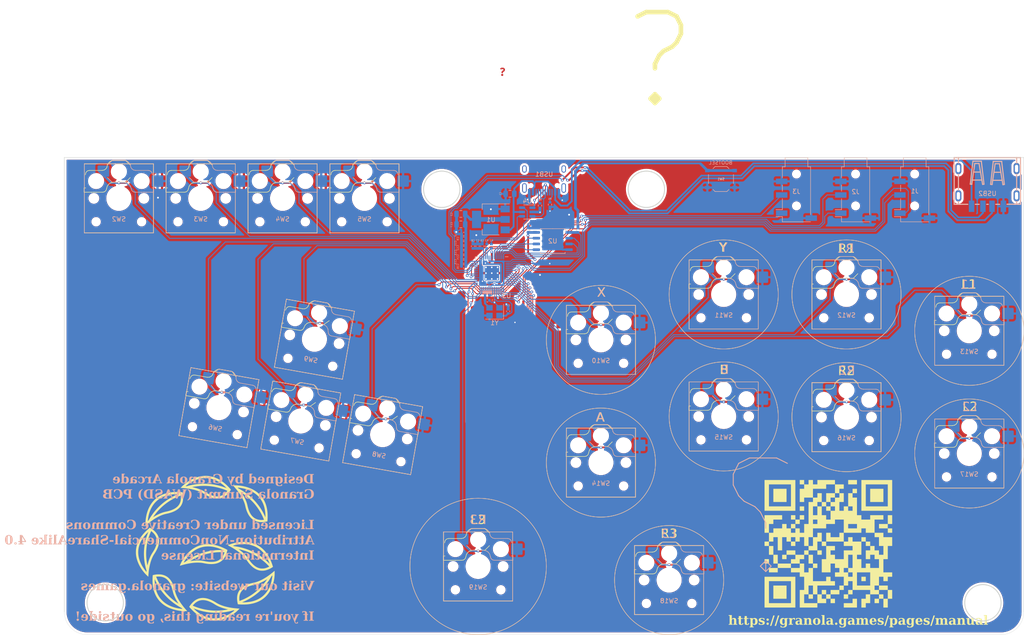
<source format=kicad_pcb>
(kicad_pcb (version 20221018) (generator pcbnew)
  (title_block (title "Granola Summit PCB") (rev "2.0") (company "Granola Arcade"))
  (layers (0 "F.Cu" signal) (31 "B.Cu" signal) (34 "B.Paste" user) (35 "F.Paste" user) (36 "B.SilkS" user "B.Silkscreen") (37 "F.SilkS" user "F.Silkscreen") (38 "B.Mask" user) (39 "F.Mask" user) (44 "Edge.Cuts" user))
  (net 0 "")
  (net 1 "/XIN")
  (net 2 "GND")
  (net 3 "Net-(C3-Pad1)")
  (net 4 "VBUS")
  (net 5 "+3V3")
  (net 6 "+1V1")
  (net 7 "/~{USB_BOOT}")
  (net 8 "/USB_D-")
  (net 9 "/USB_D+")
  (net 10 "/QSPI_SS")
  (net 11 "/XOUT")
  (net 12 "Net-(U3-USB_DP)")
  (net 13 "Net-(U3-USB_DM)")
  (net 14 "/L3")
  (net 15 "/R3")
  (net 16 "/A2")
  (net 17 "/A1")
  (net 18 "/S1")
  (net 19 "/S2")
  (net 20 "/LEFT")
  (net 21 "/DOWN")
  (net 22 "/RIGHT")
  (net 23 "/UP")
  (net 24 "/1P")
  (net 25 "/2P")
  (net 26 "/3P")
  (net 27 "/4P")
  (net 28 "/1K")
  (net 29 "/2K")
  (net 30 "/3K")
  (net 31 "/4K")
  (net 32 "/QSPI_SD1")
  (net 33 "/QSPI_SD2")
  (net 34 "/QSPI_SD0")
  (net 35 "/QSPI_SCLK")
  (net 36 "/QSPI_SD3")
  (net 37 "/AC2")
  (net 38 "/AC1")
  (net 39 "/AC3")
  (net 40 "Net-(USB1-CC2)")
  (net 41 "/SWCLK")
  (net 42 "/SWD")
  (net 43 "/RUN")
  (net 44 "Net-(USB1-CC1)")
  (net 45 "/GPIO26_ADC0")
  (net 46 "/GPIO27_ADC1")
  (net 47 "/PASSTHRU_D-")
  (net 48 "/PASSTHRU_D+")
  (net 51 "/AC4")
  (net 52 "/AC5")
  (net 53 "/AC6")
  (net 54 "/GPIO24")
  (net 55 "/GPIO25")
  (net 57 "/D+")
  (net 58 "/D-")
  (footprint "LOGO" (layer "F.Cu") (at 208 118)
    (fp_text reference "G***" hide)
    (fp_text value "LOGO" hide)
  )
  (footprint "LOGO" (layer "F.Cu") (at 71 119)
    (fp_text reference "G***" hide)
    (fp_text value "LOGO" hide)
  )
  (footprint "Connector_Audio:Jack_3.5mm_PJ320D_Horizontal" (layer "B.Cu") (at 214 41.431 -90)
    (fp_text reference "J2")
    (fp_text value "AudioJack3")
  )
  (footprint "Capacitor_SMD:C_0402_1005Metric" (layer "B.Cu") (at 133.916 52.535 -90)
    (fp_text reference "R2")
    (fp_text value "27" hide)
  )
  (footprint "Kailh:SW_Hotswap_Kailh_Choc_V1V2_1.00u_24mm_reversible" (layer "B.Cu") (at 158 100.15 180)
    (fp_text reference "SW14")
    (fp_text value "MX_Switch")
  )
  (footprint "Capacitor_SMD:C_0805_2012Metric" (layer "B.Cu") (at 127.2 47.721 180)
    (fp_text reference "C17")
    (fp_text value "10u" hide)
  )
  (footprint "Kailh:SW_Hotswap_Kailh_Choc_V1V2_1.00u_24mm_reversible" (layer "B.Cu") (at 158 73.15 180)
    (fp_text reference "SW10")
    (fp_text value "MX_Switch")
  )
  (footprint "MikeStuff:USB-A-SMD_C42591" (layer "B.Cu") (at 243 39.592)
    (fp_text reference "USB2")
    (fp_text value "USB_A")
  )
  (footprint "Capacitor_SMD:C_0402_1005Metric" (layer "B.Cu") (at 129.868 52.535 90)
    (fp_text reference "C8")
    (fp_text value "1u" hide)
  )
  (footprint "Capacitor_SMD:C_0402_1005Metric" (layer "B.Cu") (at 137.6 66.855 90)
    (fp_text reference "C4")
    (fp_text value "27p" hide)
  )
  (footprint "Connector_Audio:Jack_3.5mm_PJ320D_Horizontal" (layer "B.Cu") (at 201 41.431 -90)
    (fp_text reference "J3")
    (fp_text value "AudioJack3")
  )
  (footprint "Type-C:HRO-TYPE-C-31-M-12-Assembly" (layer "B.Cu") (at 145.5 32.9375)
    (fp_text reference "USB1")
    (fp_text value "HRO-TYPE-C-31-M-12" hide)
  )
  (footprint "Kailh:SW_Hotswap_Kailh_Choc_V1V2_1.00u_reversible" (layer "B.Cu") (at 52 42 180)
    (fp_text reference "SW2")
    (fp_text value "MX_Switch")
  )
  (footprint "Resistor_SMD:R_0402_1005Metric" (layer "B.Cu") (at 146.8 43.38375 -90)
    (fp_text reference "R5")
    (fp_text value "5.1k" hide)
  )
  (footprint "Kailh:SW_Hotswap_Kailh_Choc_V1V2_1.00u_24mm_reversible" (layer "B.Cu") (at 185 63.15 180)
    (fp_text reference "SW11")
    (fp_text value "MX_Switch")
  )
  (footprint "Capacitor_SMD:C_0402_1005Metric" (layer "B.Cu") (at 127.82 55.935 180)
    (fp_text reference "C15")
    (fp_text value "100n" hide)
  )
  (footprint "Connector_Audio:Jack_3.5mm_PJ320D_Horizontal" (layer "B.Cu") (at 227 41.431 -90)
    (fp_text reference "J1")
    (fp_text value "AudioJack3")
  )
  (footprint "Crystal:Crystal_SMD_3225-4Pin_3.2x2.5mm" (layer "B.Cu") (at 134.6 66.935 180)
    (fp_text reference "Y1")
    (fp_text value "ABLS-12.000MHZ-B4-T" hide)
  )
  (footprint "Capacitor_SMD:C_0402_1005Metric" (layer "B.Cu") (at 133 63.335 180)
    (fp_text reference "R4")
    (fp_text value "1k" hide)
  )
  (footprint "Kailh:SW_Hotswap_Kailh_Choc_V1V2_1.00u_24mm_reversible" (layer "B.Cu") (at 212 90.15 180)
    (fp_text reference "SW16")
    (fp_text value "MX_Switch")
  )
  (footprint "Kailh:SW_Hotswap_Kailh_Choc_V1V2_1.00u_24mm_reversible" (layer "B.Cu") (at 239 98.15 180)
    (fp_text reference "SW17")
    (fp_text value "MX_Switch")
  )
  (footprint "Package_TO_SOT_SMD:SOT-223-3_TabPin2" (layer "B.Cu") (at 133.8 46.635 180)
    (fp_text reference "U1")
    (fp_text value "AMS1117-3.3_SOT223")
  )
  (footprint "Kailh:SW_Hotswap_Kailh_Choc_V1V2_1.00u_24mm_reversible" (layer "B.Cu") (at 239 71.15 180)
    (fp_text reference "SW13")
    (fp_text value "MX_Switch")
  )
  (footprint "Capacitor_SMD:C_0402_1005Metric" (layer "B.Cu") (at 133 64.435)
    (fp_text reference "C3")
    (fp_text value "27p" hide)
  )
  (footprint "Capacitor_SMD:C_0402_1005Metric" (layer "B.Cu") (at 127.82 56.951 180)
    (fp_text reference "C16")
    (fp_text value "100n" hide)
  )
  (footprint "Button_Switch_SMD:SW_Push_1P1T_XKB_TS-1187A" (layer "B.Cu") (at 184.4 37.75 180)
    (fp_text reference "SW1")
    (fp_text value "TS-1187A-B-A-B" hide)
  )
  (footprint "Resistor_SMD:R_0402_1005Metric" (layer "B.Cu") (at 144.6 43.6 -90)
    (fp_text reference "R6")
    (fp_text value "5.1k" hide)
  )
  (footprint "Kailh:SW_Hotswap_Kailh_Choc_V1V2_1.00u_reversible" (layer "B.Cu") (at 92 91 170)
    (fp_text reference "SW7")
    (fp_text value "MX_Switch")
  )
  (footprint "Capacitor_SMD:C_0402_1005Metric" (layer "B.Cu") (at 131.9 52.535 90)
    (fp_text reference "C6")
    (fp_text value "100n" hide)
  )
  (footprint "Capacitor_SMD:C_0402_1005Metric" (layer "B.Cu") (at 127.82 54.919 180)
    (fp_text reference "C14")
    (fp_text value "100n" hide)
  )
  (footprint "RP2040_minimal:RP2040-QFN-56" (layer "B.Cu") (at 134 58.46 180)
    (fp_text reference "U3")
    (fp_text value "RP2040")
  )
  (footprint "" (layer "B.Cu") (at 134 58.45 180)
    (fp_text reference "")
    (fp_text value "")
  )
  (footprint "Kailh:SW_Hotswap_Kailh_Choc_V1V2_1.00u_30mm_reversible" (layer "B.Cu") (at 131 123 180)
    (fp_text reference "SW19")
    (fp_text value "MX_Switch")
  )
  (footprint "Kailh:SW_Hotswap_Kailh_Choc_V1V2_1.00u_reversible" (layer "B.Cu") (at 110 94 170)
    (fp_text reference "SW8")
    (fp_text value "MX_Switch")
  )
  (footprint "Capacitor_SMD:C_0402_1005Metric" (layer "B.Cu") (at 127.82 53.903 180)
    (fp_text reference "C13")
    (fp_text value "100n" hide)
  )
  (footprint "Capacitor_SMD:C_0402_1005Metric" (layer "B.Cu") (at 127.82 51.871 180)
    (fp_text reference "C11")
    (fp_text value "100n" hide)
  )
  (footprint "Capacitor_SMD:C_0402_1005Metric" (layer "B.Cu") (at 132.9 52.535 -90)
    (fp_text reference "R3")
    (fp_text value "27" hide)
  )
  (footprint "Package_TO_SOT_SMD:SOT-23-6" (layer "B.Cu") (at 141.8 45 180)
    (fp_text reference "U4")
    (fp_text value "USBLC6-2SC6")
  )
  (footprint "Capacitor_SMD:C_0402_1005Metric" (layer "B.Cu") (at 127.82 49.839 180)
    (fp_text reference "C10")
    (fp_text value "1u")
  )
  (footprint "Kailh:SW_Hotswap_Kailh_Choc_V1V2_1.00u_reversible" (layer "B.Cu") (at 70 42 180)
    (fp_text reference "SW3")
    (fp_text value "MX_Switch")
  )
  (footprint "Kailh:SW_Hotswap_Kailh_Choc_V1V2_1.00u_reversible" (layer "B.Cu") (at 106 42 180)
    (fp_text reference "SW5")
    (fp_text value "MX_Switch")
  )
  (footprint "Kailh:SW_Hotswap_Kailh_Choc_V1V2_1.00u_reversible" (layer "B.Cu") (at 88 42 180)
    (fp_text reference "SW4")
    (fp_text value "MX_Switch")
  )
  (footprint "Kailh:SW_Hotswap_Kailh_Choc_V1V2_1.00u_24mm_reversible" (layer "B.Cu") (at 212 63.15 180)
    (fp_text reference "SW12")
    (fp_text value "MX_Switch")
  )
  (footprint "Capacitor_SMD:C_0402_1005Metric" (layer "B.Cu") (at 142 49 90)
    (fp_text reference "C5")
    (fp_text value "100n" hide)
  )
  (footprint "Kailh:SW_Hotswap_Kailh_Choc_V1V2_1.00u_reversible" (layer "B.Cu") (at 74 88.059999 170)
    (fp_text reference "SW6")
    (fp_text value "MX_Switch")
  )
  (footprint "Kailh:SW_Hotswap_Kailh_Choc_V1V2_1.00u_24mm_reversible" (layer "B.Cu") (at 185 90 180)
    (fp_text reference "SW15")
    (fp_text value "MX_Switch")
  )
  (footprint "Capacitor_SMD:C_0805_2012Metric" (layer "B.Cu") (at 127.2 45.435 180)
    (fp_text reference "C2")
    (fp_text value "10u" hide)
  )
  (footprint "Kailh:SW_Hotswap_Kailh_Choc_V1V2_1.00u_reversible" (layer "B.Cu") (at 95 73 170)
    (fp_text reference "SW9")
    (fp_text value "MX_Switch")
  )
  (footprint "Capacitor_SMD:C_0805_2012Metric" (layer "B.Cu") (at 138 41 180)
    (fp_text reference "C1")
    (fp_text value "10u" hide)
  )
  (footprint "Package_SO:SOIC-8_5.23x5.23mm_P1.27mm" (layer "B.Cu") (at 147.4 51.4 180)
    (fp_text reference "U2")
    (fp_text value "W25Q128JVS" hide)
  )
  (footprint "Kailh:SW_Hotswap_Kailh_Choc_V1V2_1.00u_24mm_reversible" (layer "B.Cu") (at 173 126 180)
    (fp_text reference "SW18")
    (fp_text value "MX_Switch")
  )
  (footprint "Capacitor_SMD:C_0402_1005Metric" (layer "B.Cu") (at 127.82 50.855 180)
    (fp_text reference "C9")
    (fp_text value "100n" hide)
  )
  (footprint "Capacitor_SMD:C_0402_1005Metric" (layer "B.Cu") (at 127.82 52.887 180)
    (fp_text reference "C12")
    (fp_text value "100n" hide)
  )
  (footprint "Capacitor_SMD:C_0402_1005Metric" (layer "B.Cu") (at 130.884 52.535 90)
    (fp_text reference "C7")
    (fp_text value "100n" hide)
  )
  (footprint "Capacitor_SMD:C_0402_1005Metric" (layer "B.Cu") (at 152.95 49 90)
    (fp_text reference "R1")
    (fp_text value "1k" hide)
  )
  (gr_circle (center 168 40) (end 172 40) (stroke (width 0.2)) (fill none) (layer "Edge.Cuts"))
  (gr_line (start 246 138) (end 45 138) (stroke (width 0.05)) (layer "Edge.Cuts"))
  (gr_circle (center 49 131) (end 53 131) (stroke (width 0.2)) (fill none) (layer "Edge.Cuts"))
  (gr_arc (start 45 138) (mid 41.464466 136.535534) (end 40 133) (stroke (width 0.05)) (layer "Edge.Cuts"))
  (gr_circle (center 123 40) (end 127 40) (stroke (width 0.2)) (fill none) (layer "Edge.Cuts"))
  (gr_circle (center 242 131) (end 246 131) (stroke (width 0.2)) (fill none) (layer "Edge.Cuts"))
  (gr_line (start 251 33) (end 251 133) (stroke (width 0.1)) (layer "Edge.Cuts"))
  (gr_line (start 40 133) (end 40 33) (stroke (width 0.1)) (layer "Edge.Cuts"))
  (gr_line (start 40 33) (end 251 33) (stroke (width 0.1)) (layer "Edge.Cuts"))
  (gr_arc (start 251 133) (mid 249.535534 136.535534) (end 246 138) (stroke (width 0.05)) (layer "Edge.Cuts"))
  (gr_text "🍃" (at 135.528 15.106) (layer "F.Cu") (effects (font (size 1.5 1.5) (thickness 0.3) bold) (justify left bottom)))
  (gr_text "R2" (at 212.05 81.15) (layer "B.SilkS") (effects (font (size 2 2)) (justify bottom mirror)))
  (gr_text "Y" (at 185 54.1) (layer "B.SilkS") (effects (font (size 2 2)) (justify bottom mirror)))
  (gr_text "A" (at 157.8 89.1) (layer "B.SilkS") (effects (font (size 2 2)) (justify top mirror)))
  (gr_text "B" (at 185.2 80.95) (layer "B.SilkS") (effects (font (size 2 2)) (justify bottom mirror)))
  (gr_text "L2" (at 239.05 89.15) (layer "B.SilkS") (effects (font (size 2 2)) (justify bottom mirror)))
  (gr_text "R3" (at 130.98 114.014) (layer "B.SilkS") (effects (font (size 2 2)) (justify bottom mirror)))
  (gr_text "L3" (at 172.9 117.05) (layer "B.SilkS") (effects (font (size 2 2)) (justify bottom mirror)))
  (gr_text "X" (at 158.1 64) (layer "B.SilkS") (effects (font (size 2 2)) (justify bottom mirror)))
  (gr_text "R1" (at 211.8 54.3) (layer "B.SilkS") (effects (font (size 2 2)) (justify bottom mirror)))
  (gr_text "Designed by Granola Arcade\nGranola Summit (WASD) PCB\n\nLicensed under Creative Commons \nAttribution-NonCommercial-ShareAlike 4.0 \nInternational License\n\nVisit our website: granola.games\n\nIf you're reading this, go outside!" (at 95 119) (layer "B.SilkS") (effects (font (size 2 2) (thickness 0.2) bold) (justify left mirror)))
  (gr_text "L1" (at 238.65 62.25) (layer "B.SilkS") (effects (font (size 2 2)) (justify bottom mirror)))
  (gr_text "🌱" (at 203.9 127.2) (layer "B.SilkS") (effects (font (size 25 25) (thickness 0.2)) (justify left bottom mirror)))
  (gr_text "BOOTSEL" (at 187 34.6) (layer "B.SilkS") (effects (font (size 0.8 0.8) (thickness 0.1)) (justify left bottom mirror)))
  (gr_text "L2" (at 239.168 89.122) (layer "F.SilkS") (effects (font (size 2 2)) (justify bottom)))
  (gr_text "B" (at 185.066 80.994) (layer "F.SilkS") (effects (font (size 2 2)) (justify bottom)))
  (gr_text "L1" (at 238.914 62.198) (layer "F.SilkS") (effects (font (size 2 2)) (justify bottom)))
  (gr_text "https://granola.games/pages/manual" (at 186 135) (layer "F.SilkS") (effects (font (size 2 2) (thickness 0.2) bold) (justify left)))
  (gr_text "Y" (at 184.812 54.07) (layer "F.SilkS") (effects (font (size 2 2)) (justify bottom)))
  (gr_text "X" (at 158.1055 63.976) (layer "F.SilkS") (effects (font (size 2 2)) (justify bottom)))
  (gr_text "R3" (at 172.986 117.062) (layer "F.SilkS") (effects (font (size 2 2)) (justify bottom)))
  (gr_text "R1" (at 211.99 54.324) (layer "F.SilkS") (effects (font (size 2 2)) (justify bottom)))
  (gr_text "🍃" (at 170.834 11.804) (layer "F.SilkS") (effects (font (size 20 20) (thickness 1))))
  (gr_text "A" (at 157.888 89.122) (layer "F.SilkS") (effects (font (size 2 2)) (justify top)))
  (gr_text "L3" (at 131 114) (layer "F.SilkS") (effects (font (size 2 2)) (justify bottom)))
  (gr_text "R2" (at 211.99 81.248) (layer "F.SilkS") (effects (font (size 2 2)) (justify bottom)))
  (segment (start 134.6 61.8975) (end 134.6 64.1) (width 0.2) (layer "B.Cu") (net 1))
  (segment (start 134.8 64.3) (end 134.848529 64.3) (width 0.2) (layer "B.Cu") (net 1))
  (segment (start 138.4 67.035) (end 138.1 67.335) (width 0.2) (layer "B.Cu") (net 1))
  (segment (start 138.1 67.335) (end 137.6 67.335) (width 0.2) (layer "B.Cu") (net 1))
  (segment (start 137.8 64.635) (end 138.4 65.235) (width 0.2) (layer "B.Cu") (net 1))
  (segment (start 138.4 65.235) (end 138.4 67.035) (width 0.2) (layer "B.Cu") (net 1))
  (segment (start 134.848529 64.3) (end 135.183529 64.635) (width 0.2) (layer "B.Cu") (net 1))
  (segment (start 134.6 64.1) (end 134.8 64.3) (width 0.2) (layer "B.Cu") (net 1))
  (segment (start 135.183529 64.635) (end 137.8 64.635) (width 0.2) (layer "B.Cu") (net 1))
  (segment (start 135.75 67.835) (end 135.7 67.785) (width 0.4) (layer "B.Cu") (net 1))
  (segment (start 137.6 67.335) (end 137.1 67.835) (width 0.4) (layer "B.Cu") (net 1))
  (segment (start 137.1 67.835) (end 135.75 67.835) (width 0.4) (layer "B.Cu") (net 1))
  (segment (start 135.363866 66.79818) (end 137.882843 69.317157) (width 0.2) (layer "F.Cu") (net 2))
  (segment (start 135.363866 63.944454) (end 135.363866 66.79818) (width 0.2) (layer "F.Cu") (net 2))
  (segment (start 142.8 56.05) (end 142.8 56.15) (width 0.4) (layer "F.Cu") (net 2))
  (segment (start 142.8 56.15) (end 142.7 56.05) (width 0.4) (layer "F.Cu") (net 2))
  (segment (start 142.7 56.05) (end 142.8 56.05) (width 0.4) (layer "F.Cu") (net 2))
  (segment (start 137.9 69.3) (end 139.1 69.3) (width 0.2) (layer "F.Cu") (net 2))
  (segment (start 137.882843 69.317157) (end 137.9 69.3) (width 0.2) (layer "F.Cu") (net 2))
  (via (at 151 45.6) (size 0.8) (drill 0.4) (layers "F.Cu" "B.Cu") (net 2))
  (via (at 130.6 50.1) (size 0.8) (drill 0.4) (layers "F.Cu" "B.Cu") (net 2))
  (via (at 146.8 44.8) (size 0.6) (drill 0.3) (layers "F.Cu" "B.Cu") (net 2))
  (via (at 137.2 65.3) (size 0.6) (drill 0.3) (layers "F.Cu" "B.Cu") (net 2))
  (via (at 142.8 56.05) (size 0.6) (drill 0.3) (layers "F.Cu" "B.Cu") (net 2))
  (via (at 134.6 64.9) (size 0.6) (drill 0.3) (layers "F.Cu" "B.Cu") (net 2))
  (via (at 144.6 45.053125) (size 0.6) (drill 0.3) (layers "F.Cu" "B.Cu") (net 2))
  (via (at 149.5 42.4) (size 0.6) (drill 0.3) (layers "F.Cu" "B.Cu") (net 2))
  (via (at 141.85 42.25) (size 0.6) (drill 0.3) (layers "F.Cu" "B.Cu") (net 2))
  (via (at 126.2 49.4) (size 0.8) (drill 0.4) (layers "F.Cu" "B.Cu") (net 2))
  (via (at 135.363866 63.944454) (size 0.6) (drill 0.3) (layers "F.Cu" "B.Cu") (net 2))
  (via (at 144.6 58.85) (size 0.8) (drill 0.4) (layers "F.Cu" "B.Cu") (net 2))
  (via (at 133.8 44.4) (size 0.8) (drill 0.4) (layers "F.Cu" "B.Cu") (net 2))
  (via (at 139.1 69.3) (size 0.6) (drill 0.3) (layers "F.Cu" "B.Cu") (net 2))
  (via (at 146.75 56.35) (size 0.6) (drill 0.3) (layers "F.Cu" "B.Cu") (net 2))
  (via (at 60.6 41.85) (size 0.8) (drill 0.4) (layers "F.Cu" "B.Cu") (net 2))
  (segment (start 129.868 52.055) (end 129.868 50.832) (width 0.6) (layer "B.Cu") (net 2))
  (segment (start 149.605 53.305) (end 148.95 52.65) (width 0.4) (layer "B.Cu") (net 2))
  (segment (start 137.6 65.7) (end 137.2 65.3) (width 0.6) (layer "B.Cu") (net 2))
  (segment (start 135.7 66) (end 135.7 66.085) (width 0.2) (layer "B.Cu") (net 2))
  (segment (start 144.6 45.053125) (end 144.6 44.146875) (width 0.6) (layer "B.Cu") (net 2))
  (segment (start 143.1 56.35) (end 146.75 56.35) (width 0.4) (layer "B.Cu") (net 2))
  (segment (start 137.6 66.375) (end 137.6 65.7) (width 0.6) (layer "B.Cu") (net 2))
  (segment (start 131.9 52.055) (end 130.884 52.055) (width 0.6) (layer "B.Cu") (net 2))
  (segment (start 127.34 51.871) (end 127.34 50.855) (width 0.6) (layer "B.Cu") (net 2))
  (segment (start 126.639 49.839) (end 126.2 49.4) (width 0.6) (layer "B.Cu") (net 2))
  (segment (start 134.6 64.9) (end 133.945 64.9) (width 0.2) (layer "B.Cu") (net 2))
  (segment (start 130.884 50.384) (end 130.6 50.1) (width 0.6) (layer "B.Cu") (net 2))
  (segment (start 135 63.580588) (end 135 61.8975) (width 0.2) (layer "B.Cu") (net 2))
  (segment (start 144.546875 45) (end 142.9375 45) (width 0.6) (layer "B.Cu") (net 2))
  (segment (start 146.75 56.35) (end 146.7 56.35) (width 0.4) (layer "B.Cu") (net 2))
  (segment (start 127.34 54.919) (end 127.34 53.903) (width 0.6) (layer "B.Cu") (net 2))
  (segment (start 127.34 53.903) (end 127.34 52.887) (width 0.6) (layer "B.Cu") (net 2))
  (segment (start 134.6 64.9) (end 135.7 66) (width 0.2) (layer "B.Cu") (net 2))
  (segment (start 131.9 52.055) (end 131.9 51.4) (width 0.6) (layer "B.Cu") (net 2))
  (segment (start 131.9 51.4) (end 130.6 50.1) (width 0.6) (layer "B.Cu") (net 2))
  (segment (start 144.97 48.52) (end 145.4 48.95) (width 0.6) (layer "B.Cu") (net 2))
  (segment (start 142 48.52) (end 144.97 48.52) (width 0.6) (layer "B.Cu") (net 2))
  (segment (start 127.34 49.839) (end 126.639 49.839) (width 0.6) (layer "B.Cu") (net 2))
  (segment (start 127.34 55.935) (end 127.34 54.919) (width 0.6) (layer "B.Cu") (net 2))
  (segment (start 148.75 40.6325) (end 148.75 41.65) (width 0.6) (layer "B.Cu") (net 2))
  (segment (start 148.75 41.65) (end 149.5 42.4) (width 0.6) (layer "B.Cu") (net 2))
  (segment (start 127.34 56.951) (end 127.34 55.935) (width 0.6) (layer "B.Cu") (net 2))
  (segment (start 135.363866 63.944454) (end 135 63.580588) (width 0.2) (layer "B.Cu") (net 2))
  (segment (start 130.884 52.055) (end 129.868 52.055) (width 0.6) (layer "B.Cu") (net 2))
  (segment (start 127.34 52.887) (end 127.34 51.871) (width 0.6) (layer "B.Cu") (net 2))
  (segment (start 126.25 47.721) (end 126.25 45.435) (width 0.6) (layer "B.Cu") (net 2))
  (segment (start 129.868 50.832) (end 130.6 50.1) (width 0.6) (layer "B.Cu") (net 2))
  (segment (start 141.85 42.25) (end 142.25 41.85) (width 0.6) (layer "B.Cu") (net 2))
  (segment (start 127.34 50.855) (end 127.34 49.839) (width 0.6) (layer "B.Cu") (net 2))
  (segment (start 151 53.305) (end 149.605 53.305) (width 0.4) (layer "B.Cu") (net 2))
  (segment (start 133.945 64.9) (end 133.48 64.435) (width 0.2) (layer "B.Cu") (net 2))
  (segment (start 142.8 56.05) (end 143.1 56.35) (width 0.4) (layer "B.Cu") (net 2))
  (segment (start 144.6 45.053125) (end 144.546875 45) (width 0.6) (layer "B.Cu") (net 2))
  (segment (start 146.8 44.8) (end 146.8 43.89375) (width 0.6) (layer "B.Cu") (net 2))
  (segment (start 126.2 47.771) (end 126.25 47.721) (width 0.6) (layer "B.Cu") (net 2))
  (segment (start 142.25 41.85) (end 142.25 40.6325) (width 0.6) (layer "B.Cu") (net 2))
  (segment (start 130.884 52.055) (end 130.884 50.384) (width 0.6) (layer "B.Cu") (net 2))
  (segment (start 126.2 49.4) (end 126.2 47.771) (width 0.6) (layer "B.Cu") (net 2))
  (segment (start 132.52 64.435) (end 132.52 65.105) (width 0.4) (layer "B.Cu") (net 3))
  (segment (start 132.52 65.105) (end 133.5 66.085) (width 0.4) (layer "B.Cu") (net 3))
  (segment (start 132.52 63.335) (end 132.52 64.435) (width 0.4) (layer "B.Cu") (net 3))
  (segment (start 151.6 35.6) (end 153.5 33.7) (width 0.4) (layer "B.Cu") (net 4))
  (segment (start 149.2 43.6) (end 150.6 43.6) (width 0.4) (layer "B.Cu") (net 4))
  (segment (start 140.6 38.2) (end 143 38.2) (width 0.4) (layer "B.Cu") (net 4))
  (segment (start 138.95 39.85) (end 140.6 38.2) (width 0.4) (layer "B.Cu") (net 4))
  (segment (start 138.95 41) (end 138.8 41.15) (width 0.4) (layer "B.Cu") (net 4))
  (segment (start 143 38.2) (end 143.4 38.6) (width 0.4) (layer "B.Cu") (net 4))
  (segment (start 147.95 39.843516) (end 147.95 40.6325) (width 0.4) (layer "B.Cu") (net 4))
  (segment (start 143.4 38.6) (end 143.7 38.3) (width 0.4) (layer "B.Cu") (net 4))
  (segment (start 138.8 45) (end 140.6625 45) (width 0.4) (layer "B.Cu") (net 4))
  (segment (start 239.5 35.9) (end 239.5 43.742) (width 0.4) (layer "B.Cu") (net 4))
  (segment (start 143.05 39.843516) (end 143.05 40.6325) (width 0.4) (layer "B.Cu") (net 4))
  (segment (start 143.7 38.3) (end 146.406484 38.3) (width 0.4) (layer "B.Cu") (net 4))
  (segment (start 147.95 40.61625) (end 147.95 42.35) (width 0.4) (layer "B.Cu") (net 4))
  (segment (start 143.4 38.6) (end 143.4 39.493516) (width 0.4) (layer "B.Cu") (net 4))
  (segment (start 146.406484 38.3) (end 147.95 39.843516) (width 0.4) (layer "B.Cu") (net 4))
  (segment (start 151.6 42.6) (end 151.6 35.6) (width 0.4) (layer "B.Cu") (net 4))
  (segment (start 237.3 33.7) (end 239.5 35.9) (width 0.4) (layer "B.Cu") (net 4))
  (segment (start 138.95 41) (end 138.95 39.85) (width 0.4) (layer "B.Cu") (net 4))
  (segment (start 138.8 41.15) (end 138.8 45) (width 0.4) (layer "B.Cu") (net 4))
  (segment (start 147.95 42.35) (end 149.2 43.6) (width 0.4) (layer "B.Cu") (net 4))
  (segment (start 153.5 33.7) (end 237.3 33.7) (width 0.4) (layer "B.Cu") (net 4))
  (segment (start 150.6 43.6) (end 151.6 42.6) (width 0.4) (layer "B.Cu") (net 4))
  (segment (start 143.4 39.493516) (end 143.05 39.843516) (width 0.4) (layer "B.Cu") (net 4))
  (segment (start 138.8 45) (end 138.8 48.2) (width 0.4) (layer "B.Cu") (net 4))
  (segment (start 138.065 48.935) (end 136.95 48.935) (width 0.4) (layer "B.Cu") (net 4))
  (segment (start 138.8 48.2) (end 138.065 48.935) (width 0.4) (layer "B.Cu") (net 4))
  (segment (start 142 50.218747) (end 141.956991 50.175738) (width 0.4) (layer "F.Cu") (net 5))
  (segment (start 132.66 60.96) (end 131.95 60.25) (width 0.4) (layer "F.Cu") (net 5))
  (segment (start 134.593671 60.96) (end 132.66 60.96) (width 0.4) (layer "F.Cu") (net 5))
  (segment (start 142 53.95) (end 142 50.218747) (width 0.4) (layer "F.Cu") (net 5))
  (segment (start 143.5 55.45) (end 142 53.95) (width 0.4) (layer "F.Cu") (net 5))
  (via (at 141.956991 50.175738) (size 0.6) (drill 0.3) (layers "F.Cu" "B.Cu") (net 5))
  (via (at 143.5 55.45) (size 0.6) (drill 0.3) (layers "F.Cu" "B.Cu") (net 5))
  (via (at 131.95 60.25) (size 0.6) (drill 0.3) (layers "F.Cu" "B.Cu") (net 5))
  (via (at 134.593671 60.96) (size 0.6) (drill 0.3) (layers "F.Cu" "B.Cu") (net 5))
  (segment (start 137.4375 59.46) (end 136.625 59.46) (width 0.2) (layer "B.Cu") (net 5))
  (segment (start 130.5625 55.86) (end 129.391 55.86) (width 0.2) (layer "B.Cu") (net 5))
  (segment (start 131.375 55.86) (end 131.4 55.835) (width 0.2) (layer "B.Cu") (net 5))
  (segment (start 134.593671 60.96) (end 134.418671 61.135) (width 0.2) (layer "B.Cu") (net 5))
  (segment (start 131.8 55.0225) (end 131.8 55.535) (width 0.2) (layer "B.Cu") (net 5))
  (segment (start 131.4 55.935) (end 131.4 55.0225) (width 0.2) (layer "B.Cu") (net 5))
  (segment (start 136.575 55.86) (end 136.5 55.935) (width 0.2) (layer "B.Cu") (net 5))
  (segment (start 130.5625 59.46) (end 131.475 59.46) (width 0.2) (layer "B.Cu") (net 5))
  (segment (start 141.287007 55.45) (end 138.55 55.45) (width 0.2) (layer "B.Cu") (net 5))
  (segment (start 143.3 55.25) (end 141.487008 55.25) (width 0.2) (layer "B.Cu") (net 5))
  (segment (start 134.418671 61.135) (end 134.1 61.135) (width 0.2) (layer "B.Cu") (net 5))
  (segment (start 131.4 54.835) (end 131.4 55.0225) (width 0.2) (layer "B.Cu") (net 5))
  (segment (start 136.6 59.435) (end 136.625 59.46) (width 0.2) (layer "B.Cu") (net 5))
  (segment (start 142 50.132729) (end 142 49.48) (width 0.4) (layer "B.Cu") (net 5))
  (segment (start 138.14 55.86) (end 137.4375 55.86) (width 0.2) (layer "B.Cu") (net 5))
  (segment (start 143.8 49.495) (end 142.015 49.495) (width 0.6) (layer "B.Cu") (net 5))
  (segment (start 128.3 49.839) (end 128.3 47.871) (width 0.6) (layer "B.Cu") (net 5))
  (segment (start 129.391 55.86) (end 128.3 56.951) (width 0.2) (layer "B.Cu") (net 5))
  (segment (start 141.956991 50.175738) (end 142 50.132729) (width 0.4) (layer "B.Cu") (net 5))
  (segment (start 128.425 57.076) (end 128.3 56.951) (width 0.2) (layer "B.Cu") (net 5))
  (segment (start 128.3 49.839) (end 128.3 56.951) (width 0.6) (layer "B.Cu") (net 5))
  (segment (start 134.418671 61.135) (end 133.9 61.135) (width 0.2) (layer "B.Cu") (net 5))
  (segment (start 133.4 55.0225) (end 133.4 55.735) (width 0.2) (layer "B.Cu") (net 5))
  (segment (start 128.15 47.721) (end 128.15 45.435) (width 0.6) (layer "B.Cu") (net 5))
  (segment (start 128.3 47.871) (end 128.15 47.721) (width 0.6) (layer "B.Cu") (net 5))
  (segment (start 133.8 61.235) (end 133.8 61.8975) (width 0.2) (layer "B.Cu") (net 5))
  (segment (start 131.8 54.835) (end 131.8 55.0225) (width 0.2) (layer "B.Cu") (net 5))
  (segment (start 133.8 55.0225) (end 133.8 55.835) (width 0.2) (layer "B.Cu") (net 5))
  (segment (start 130.5625 55.86) (end 131.375 55.86) (width 0.2) (layer "B.Cu") (net 5))
  (segment (start 143.5 55.45) (end 143.3 55.25) (width 0.2) (layer "B.Cu") (net 5))
  (segment (start 138.55 55.45) (end 138.14 55.86) (width 0.2) (layer "B.Cu") (net 5))
  (segment (start 141.487008 55.25) (end 141.287007 55.45) (width 0.2) (layer "B.Cu") (net 5))
  (segment (start 131.4 55.0225) (end 131.4 55.835) (width 0.2) (layer "B.Cu") (net 5))
  (segment (start 131.8 55.535) (end 131.4 55.935) (width 0.2) (layer "B.Cu") (net 5))
  (segment (start 131.5 59.435) (end 131.475 59.46) (width 0.2) (layer "B.Cu") (net 5))
  (segment (start 133.9 61.135) (end 133.8 61.235) (width 0.2) (layer "B.Cu") (net 5))
  (segment (start 129.35 46.635) (end 130.65 46.635) (width 0.6) (layer "B.Cu") (net 5))
  (segment (start 142.015 49.495) (end 142 49.48) (width 0.6) (layer "B.Cu") (net 5))
  (segment (start 136.95 46.635) (end 130.65 46.635) (width 1) (layer "B.Cu") (net 5))
  (segment (start 137.4375 55.86) (end 136.575 55.86) (width 0.2) (layer "B.Cu") (net 5))
  (segment (start 128.15 45.435) (end 129.35 46.635) (width 0.6) (layer "B.Cu") (net 5))
  (segment (start 133.998721 55.636279) (end 133.4 56.235) (width 0.4) (layer "F.Cu") (net 6))
  (segment (start 133.998721 53.794999) (end 133.998721 55.636279) (width 0.4) (layer "F.Cu") (net 6))
  (segment (start 133.4 56.235) (end 132.6 56.235) (width 0.4) (layer "F.Cu") (net 6))
  (via (at 132.6 56.235) (size 0.6) (drill 0.3) (layers "F.Cu" "B.Cu") (net 6))
  (via (at 133.998721 53.794999) (size 0.6) (drill 0.3) (layers "F.Cu" "B.Cu") (net 6))
  (segment (start 133.4 61.8975) (end 133.4 60.735) (width 0.2) (layer "B.Cu") (net 6))
  (segment (start 132.2 55.0225) (end 132.2 53.315) (width 0.2) (layer "B.Cu") (net 6))
  (segment (start 132.2 55.0225) (end 132.2 55.835) (width 0.2) (layer "B.Cu") (net 6))
  (segment (start 131.052 53.183) (end 130.884 53.015) (width 0.2) (layer "B.Cu") (net 6))
  (segment (start 130.884 53.015) (end 131.9 53.015) (width 0.6) (layer "B.Cu") (net 6))
  (segment (start 134.2 53.996278) (end 134.2 55.0225) (width 0.2) (layer "B.Cu") (net 6))
  (segment (start 133.998721 53.794999) (end 134.2 53.996278) (width 0.2) (layer "B.Cu") (net 6))
  (segment (start 132.2 53.315) (end 131.9 53.015) (width 0.2) (layer "B.Cu") (net 6))
  (segment (start 129.868 53.015) (end 130.884 53.015) (width 0.6) (layer "B.Cu") (net 6))
  (segment (start 179.925 34.4) (end 181.4 35.875) (width 0.6) (layer "B.Cu") (net 7))
  (segment (start 179.825 34.3) (end 179.925 34.4) (width 0.4) (layer "B.Cu") (net 7))
  (segment (start 152.4 36) (end 154 34.4) (width 0.6) (layer "B.Cu") (net 7))
  (segment (start 152.95 44.681371) (end 152.4 44.131371) (width 0.6) (layer "B.Cu") (net 7))
  (segment (start 154.1 34.3) (end 179.825 34.3) (width 0.4) (layer "B.Cu") (net 7))
  (segment (start 152.95 48.52) (end 152.95 44.681371) (width 0.6) (layer "B.Cu") (net 7))
  (segment (start 152.4 44.131371) (end 152.4 36) (width 0.6) (layer "B.Cu") (net 7))
  (segment (start 154 34.4) (end 154.1 34.3) (width 0.4) (layer "B.Cu") (net 7))
  (segment (start 181.4 35.875) (end 187.4 35.875) (width 0.6) (layer "B.Cu") (net 7))
  (segment (start 145.75 41.83375) (end 145.75 40.61625) (width 0.2) (layer "B.Cu") (net 8))
  (segment (start 144.75 40.61625) (end 144.75 41.815122) (width 0.2) (layer "B.Cu") (net 8))
  (segment (start 144.85 45.95) (end 145.4 45.4) (width 0.2) (layer "B.Cu") (net 8))
  (segment (start 145.4 45.4) (end 145.4 42.08375) (width 0.2) (layer "B.Cu") (net 8))
  (segment (start 145.018628 42.08375) (end 145.5 42.08375) (width 0.2) (layer "B.Cu") (net 8))
  (segment (start 145.5 42.08375) (end 145.75 41.83375) (width 0.2) (layer "B.Cu") (net 8))
  (segment (start 142.9375 45.95) (end 144.85 45.95) (width 0.2) (layer "B.Cu") (net 8))
  (segment (start 144.75 41.815122) (end 145.018628 42.08375) (width 0.2) (layer "B.Cu") (net 8))
  (segment (start 143.4 42.4) (end 145.8 40) (width 0.2) (layer "F.Cu") (net 9))
  (segment (start 145.8 40) (end 145.8 39) (width 0.2) (layer "F.Cu") (net 9))
  (via (at 143.4 42.4) (size 0.6) (drill 0.3) (layers "F.Cu" "B.Cu") (net 9))
  (via (at 145.8 39) (size 0.6) (drill 0.3) (layers "F.Cu" "B.Cu") (net 9))
  (segment (start 145.88375 39.08375) (end 145.8 39) (width 0.2) (layer "B.Cu") (net 9))
  (segment (start 145.6 39.08375) (end 145.25 39.43375) (width 0.2) (layer "B.Cu") (net 9))
  (segment (start 145.71625 39.08375) (end 145.6 39.08375) (width 0.2) (layer "B.Cu") (net 9))
  (segment (start 146.25 39.43375) (end 145.9 39.08375) (width 0.2) (layer "B.Cu") (net 9))
  (segment (start 142.9375 44.05) (end 143.4 43.5875) (width 0.2) (layer "B.Cu") (net 9))
  (segment (start 145.8 39) (end 145.71625 39.08375) (width 0.2) (layer "B.Cu") (net 9))
  (segment (start 143.4 43.5875) (end 143.4 42.4) (width 0.2) (layer "B.Cu") (net 9))
  (segment (start 146.25 39.43375) (end 146.25 40.6325) (width 0.2) (layer "B.Cu") (net 9))
  (segment (start 145.9 39.08375) (end 145.88375 39.08375) (width 0.2) (layer "B.Cu") (net 9))
  (segment (start 145.25 39.43375) (end 145.25 40.61625) (width 0.2) (layer "B.Cu") (net 9))
  (segment (start 153.6 54.36637) (end 153.6 50.13) (width 0.2) (layer "B.Cu") (net 10))
  (segment (start 141.121322 55.05) (end 141.321322 54.85) (width 0.2) (layer "B.Cu") (net 10))
  (segment (start 141.321322 54.85) (end 153.116371 54.85) (width 0.2) (layer "B.Cu") (net 10))
  (segment (start 153.116371 54.85) (end 153.6 54.36637) (width 0.2) (layer "B.Cu") (net 10))
  (segment (start 136.6 54.335) (end 136.9 54.035) (width 0.2) (layer "B.Cu") (net 10))
  (segment (start 151 49.495) (end 152.885 49.495) (width 0.6) (layer "B.Cu") (net 10))
  (segment (start 153.6 50.13) (end 152.95 49.48) (width 0.2) (layer "B.Cu") (net 10))
  (segment (start 136.9 54.035) (end 138.2 54.035) (width 0.2) (layer "B.Cu") (net 10))
  (segment (start 139.215001 55.05) (end 141.121322 55.05) (width 0.2) (layer "B.Cu") (net 10))
  (segment (start 136.6 55.0225) (end 136.6 54.335) (width 0.2) (layer "B.Cu") (net 10))
  (segment (start 138.2 54.035) (end 139.215001 55.05) (width 0.2) (layer "B.Cu") (net 10))
  (segment (start 134 63.335) (end 133.48 63.335) (width 0.2) (layer "B.Cu") (net 11))
  (segment (start 134.2 63.135) (end 134 63.335) (width 0.2) (layer "B.Cu") (net 11))
  (segment (start 134.2 61.8975) (end 134.2 63.135) (width 0.2) (layer "B.Cu") (net 11))
  (segment (start 133 53.931) (end 133.916 53.015) (width 0.2) (layer "B.Cu") (net 12))
  (segment (start 133 55.0225) (end 133 53.931) (width 0.2) (layer "B.Cu") (net 12))
  (segment (start 132.876 53.015) (end 132.9 53.015) (width 0.2) (layer "B.Cu") (net 13))
  (segment (start 132.6 55.0225) (end 132.6 53.315) (width 0.2) (layer "B.Cu") (net 13))
  (segment (start 132.6 53.315) (end 132.9 53.015) (width 0.2) (layer "B.Cu") (net 13))
  (segment (start 129.8 64.6) (end 129.8 63) (width 0.2) (layer "F.Cu") (net 14))
  (segment (start 129.4 65) (end 129.8 64.6) (width 0.2) (layer "F.Cu") (net 14))
  (segment (start 134.4 117.6) (end 132.4 119.6) (width 0.4) (layer "F.Cu") (net 14))
  (segment (start 132.4 119.6) (end 131 119.6) (width 0.4) (layer "F.Cu") (net 14))
  (via (at 131 119.6) (size 0.6) (drill 0.3) (layers "F.Cu" "B.Cu") (net 14))
  (via (at 129.4 65) (size 0.6) (drill 0.3) (layers "F.Cu" "B.Cu") (net 14))
  (via (at 129.8 63) (size 0.6) (drill 0.3) (layers "F.Cu" "B.Cu") (net 14))
  (segment (start 129.4 65.6) (end 127.6 67.4) (width 0.2) (layer "B.Cu") (net 14))
  (segment (start 129.284136 119.6) (end 131 119.6) (width 0.4) (layer "B.Cu") (net 14))
  (segment (start 127.6 117.915864) (end 129.284136 119.6) (width 0.4) (layer "B.Cu") (net 14))
  (segment (start 127.6 67.4) (end 127.6 117) (width 0.2) (layer "B.Cu") (net 14))
  (segment (start 129.8 63) (end 129.8 61.8225) (width 0.2) (layer "B.Cu") (net 14))
  (segment (start 129.8 61.8225) (end 130.5625 61.06) (width 0.2) (layer "B.Cu") (net 14))
  (segment (start 129.4 65) (end 129.4 65.6) (width 0.2) (layer "B.Cu") (net 14))
  (segment (start 152.4 114.8) (end 172.8 114.8) (width 0.2) (layer "F.Cu") (net 15))
  (segment (start 176.4 120.6) (end 174.4 122.6) (width 0.4) (layer "F.Cu") (net 15))
  (segment (start 128.8 91.2) (end 152.4 114.8) (width 0.2) (layer "F.Cu") (net 15))
  (segment (start 128.8 62.8) (end 128.8 91.2) (width 0.2) (layer "F.Cu") (net 15))
  (segment (start 176.4 118.4) (end 176.4 120) (width 0.2) (layer "F.Cu") (net 15))
  (segment (start 174.4 122.6) (end 173 122.6) (width 0.4) (layer "F.Cu") (net 15))
  (segment (start 172.8 114.8) (end 176.4 118.4) (width 0.2) (layer "F.Cu") (net 15))
  (segment (start 129 62.6) (end 128.8 62.8) (width 0.2) (layer "F.Cu") (net 15))
  (via (at 129 62.6) (size 0.6) (drill 0.3) (layers "F.Cu" "B.Cu") (net 15))
  (via (at 173 122.6) (size 0.6) (drill 0.3) (layers "F.Cu" "B.Cu") (net 15))
  (segment (start 169.6 120.915864) (end 171.284136 122.6) (width 0.4) (layer "B.Cu") (net 15))
  (segment (start 130.02864 60.66) (end 130.5625 60.66) (width 0.2) (layer "B.Cu") (net 15))
  (segment (start 129 61.68864) (end 130.02864 60.66) (width 0.2) (layer "B.Cu") (net 15))
  (segment (start 171.284136 122.6) (end 173 122.6) (width 0.4) (layer "B.Cu") (net 15))
  (segment (start 129 62.6) (end 129 61.68864) (width 0.2) (layer "B.Cu") (net 15))
  (segment (start 109.4 36) (end 109.4 36.6) (width 0.2) (layer "F.Cu") (net 16))
  (segment (start 109.4 36.6) (end 107.4 38.6) (width 0.4) (layer "F.Cu") (net 16))
  (segment (start 107.4 38.6) (end 106 38.6) (width 0.4) (layer "F.Cu") (net 16))
  (via (at 106 38.6) (size 0.6) (drill 0.3) (layers "F.Cu" "B.Cu") (net 16))
  (segment (start 102.6 36.915864) (end 104.284136 38.6) (width 0.4) (layer "B.Cu") (net 16))
  (segment (start 104.284136 38.6) (end 106 38.6) (width 0.4) (layer "B.Cu") (net 16))
  (segment (start 102.6 36) (end 102.6 36.915864) (width 0.2) (layer "B.Cu") (net 16))
  (segment (start 109.4 40.4) (end 107.6 38.6) (width 0.2) (layer "B.Cu") (net 16))
  (segment (start 107.6 38.6) (end 106 38.6) (width 0.2) (layer "B.Cu") (net 16))
  (segment (start 126.46 59.86) (end 109.4 42.8) (width 0.2) (layer "B.Cu") (net 16))
  (segment (start 109.4 42.8) (end 109.4 40.4) (width 0.2) (layer "B.Cu") (net 16))
  (segment (start 130.5625 59.86) (end 126.46 59.86) (width 0.2) (layer "B.Cu") (net 16))
  (segment (start 89.4 38.6) (end 88 38.6) (width 0.4) (layer "F.Cu") (net 17))
  (segment (start 91.4 36.6) (end 89.4 38.6) (width 0.4) (layer "F.Cu") (net 17))
  (via (at 88 38.6) (size 0.6) (drill 0.3) (layers "F.Cu" "B.Cu") (net 17))
  (segment (start 84.6 36.915864) (end 86.284136 38.6) (width 0.4) (layer "B.Cu") (net 17))
  (segment (start 86.284136 38.6) (end 88 38.6) (width 0.4) (layer "B.Cu") (net 17))
  (segment (start 116.034314 50) (end 98.6 50) (width 0.2) (layer "B.Cu") (net 17))
  (segment (start 126.294314 60.26) (end 116.034314 50) (width 0.2) (layer "B.Cu") (net 17))
  (segment (start 91.6 40.6) (end 89.6 38.6) (width 0.2) (layer "B.Cu") (net 17))
  (segment (start 98.6 50) (end 91.6 43) (width 0.2) (layer "B.Cu") (net 17))
  (segment (start 130.5625 60.26) (end 126.294314 60.26) (width 0.2) (layer "B.Cu") (net 17))
  (segment (start 91.6 43) (end 91.6 40.6) (width 0.2) (layer "B.Cu") (net 17))
  (segment (start 89.6 38.6) (end 88 38.6) (width 0.2) (layer "B.Cu") (net 17))
  (segment (start 55.4 36.6) (end 53.4 38.6) (width 0.4) (layer "F.Cu") (net 18))
  (segment (start 53.4 38.6) (end 52 38.6) (width 0.4) (layer "F.Cu") (net 18))
  (via (at 52 38.6) (size 0.6) (drill 0.3) (layers "F.Cu" "B.Cu") (net 18))
  (segment (start 55.6 43.2) (end 55.6 40.6) (width 0.2) (layer "B.Cu") (net 18))
  (segment (start 131.8 61.8975) (end 131.8 62.900685) (width 0.2) (layer "B.Cu") (net 18))
  (segment (start 63.2 50.8) (end 55.6 43.2) (width 0.2) (layer "B.Cu") (net 18))
  (segment (start 131.8 62.900685) (end 130.700685 64) (width 0.2) (layer "B.Cu") (net 18))
  (segment (start 50.284136 38.6) (end 52 38.6) (width 0.4) (layer "B.Cu") (net 18))
  (segment (start 115.6 50.8) (end 63.2 50.8) (width 0.2) (layer "B.Cu") (net 18))
  (segment (start 55.6 40.6) (end 53.6 38.6) (width 0.2) (layer "B.Cu") (net 18))
  (segment (start 128.8 64) (end 115.6 50.8) (width 0.2) (layer "B.Cu") (net 18))
  (segment (start 53.6 38.6) (end 52 38.6) (width 0.2) (layer "B.Cu") (net 18))
  (segment (start 130.700685 64) (end 128.8 64) (width 0.2) (layer "B.Cu") (net 18))
  (segment (start 48.6 36.915864) (end 50.284136 38.6) (width 0.4) (layer "B.Cu") (net 18))
  (segment (start 71.4 38.6) (end 70 38.6) (width 0.4) (layer "F.Cu") (net 19))
  (segment (start 73.4 36.6) (end 71.4 38.6) (width 0.4) (layer "F.Cu") (net 19))
  (via (at 70 38.6) (size 0.6) (drill 0.3) (layers "F.Cu" "B.Cu") (net 19))
  (segment (start 68.284136 38.6) (end 70 38.6) (width 0.4) (layer "B.Cu") (net 19))
  (segment (start 80.8 50.4) (end 73.4 43) (width 0.2) (layer "B.Cu") (net 19))
  (segment (start 131.4 61.8975) (end 131.4 62.735) (width 0.2) (layer "B.Cu") (net 19))
  (segment (start 131.4 62.735) (end 130.535 63.6) (width 0.2) (layer "B.Cu") (net 19))
  (segment (start 129.068628 63.6) (end 115.868628 50.4) (width 0.2) (layer "B.Cu") (net 19))
  (segment (start 73.4 40.6) (end 71.4 38.6) (width 0.2) (layer "B.Cu") (net 19))
  (segment (start 73.4 43) (end 73.4 40.6) (width 0.2) (layer "B.Cu") (net 19))
  (segment (start 66.6 36.915864) (end 68.284136 38.6) (width 0.4) (layer "B.Cu") (net 19))
  (segment (start 71.4 38.6) (end 70 38.6) (width 0.2) (layer "B.Cu") (net 19))
  (segment (start 130.535 63.6) (end 129.068628 63.6) (width 0.2) (layer "B.Cu") (net 19))
  (segment (start 115.868628 50.4) (end 80.8 50.4) (width 0.2) (layer "B.Cu") (net 19))
  (segment (start 140.134314 58.765686) (end 140.134314 58.734314) (width 0.2) (layer "F.Cu") (net 20))
  (segment (start 131.2 62.6) (end 136.3 62.6) (width 0.2) (layer "F.Cu") (net 20))
  (segment (start 140.134314 58.734314) (end 140.9 57.968628) (width 0.2) (layer "F.Cu") (net 20))
  (segment (start 76.467999 84.676209) (end 74.623891 84.676209) (width 0.4) (layer "F.Cu") (net 20))
  (segment (start 78.023891 83.120317) (end 76.467999 84.676209) (width 0.4) (layer "F.Cu") (net 20))
  (segment (start 136.3 62.6) (end 140.134314 58.765686) (width 0.2) (layer "F.Cu") (net 20))
  (segment (start 125.5 61.4) (end 130 61.4) (width 0.2) (layer "F.Cu") (net 20))
  (segment (start 130 61.4) (end 131.2 62.6) (width 0.2) (layer "F.Cu") (net 20))
  (segment (start 140.9 57.968628) (end 140.9 57.5) (width 0.2) (layer "F.Cu") (net 20))
  (segment (start 125 61.9) (end 125.5 61.4) (width 0.2) (layer "F.Cu") (net 20))
  (via (at 74.623891 84.676209) (size 0.6) (drill 0.3) (layers "F.Cu" "B.Cu") (net 20))
  (via (at 125 61.9) (size 0.6) (drill 0.3) (layers "F.Cu" "B.Cu") (net 20))
  (via (at 140.9 57.5) (size 0.6) (drill 0.3) (layers "F.Cu" "B.Cu") (net 20))
  (segment (start 140.9 57.5) (end 140.9 58) (width 0.2) (layer "B.Cu") (net 20))
  (segment (start 75.4 51.6) (end 115.37157 51.6) (width 0.2) (layer "B.Cu") (net 20))
  (segment (start 140.24 58.66) (end 138.702732 58.66) (width 0.2) (layer "B.Cu") (net 20))
  (segment (start 115.37157 51.6) (end 125 61.22843) (width 0.2) (layer "B.Cu") (net 20))
  (segment (start 138.302732 58.26) (end 137.4375 58.26) (width 0.2) (layer "B.Cu") (net 20))
  (segment (start 125 61.22843) (end 125 61.9) (width 0.2) (layer "B.Cu") (net 20))
  (segment (start 73.565959 84.676209) (end 74.623891 84.676209) (width 0.4) (layer "B.Cu") (net 20))
  (segment (start 140.9 58) (end 140.24 58.66) (width 0.2) (layer "B.Cu") (net 20))
  (segment (start 71.629751 82.740001) (end 73.565959 84.676209) (width 0.4) (layer "B.Cu") (net 20))
  (segment (start 71.693543 81.560749) (end 71.693543 55.306457) (width 0.2) (layer "B.Cu") (net 20))
  (segment (start 71.693543 55.306457) (end 75.4 51.6) (width 0.2) (layer "B.Cu") (net 20))
  (segment (start 138.702732 58.66) (end 138.302732 58.26) (width 0.2) (layer "B.Cu") (net 20))
  (segment (start 140 58.2) (end 140 57.3) (width 0.2) (layer "F.Cu") (net 21))
  (segment (start 124.858579 60.8) (end 130 60.8) (width 0.2) (layer "F.Cu") (net 21))
  (segment (start 131.4 62.2) (end 136 62.2) (width 0.2) (layer "F.Cu") (net 21))
  (segment (start 124.158579 61.5) (end 124.858579 60.8) (width 0.2) (layer "F.Cu") (net 21))
  (segment (start 136 62.2) (end 140 58.2) (width 0.2) (layer "F.Cu") (net 21))
  (segment (start 94.467999 87.476209) (end 92.623891 87.476209) (width 0.4) (layer "F.Cu") (net 21))
  (segment (start 130 60.8) (end 131.4 62.2) (width 0.2) (layer "F.Cu") (net 21))
  (segment (start 96.023891 85.920317) (end 94.467999 87.476209) (width 0.4) (layer "F.Cu") (net 21))
  (via (at 124 61.5) (size 0.6) (drill 0.3) (layers "F.Cu" "B.Cu") (net 21))
  (via (at 140 57.3) (size 0.6) (drill 0.3) (layers "F.Cu" "B.Cu") (net 21))
  (via (at 92.623891 87.476209) (size 0.6) (drill 0.3) (layers "F.Cu" "B.Cu") (net 21))
  (segment (start 124 60.794116) (end 115.205884 52) (width 0.2) (layer "B.Cu") (net 21))
  (segment (start 82.6 77.407207) (end 89.693543 84.50075) (width 0.2) (layer "B.Cu") (net 21))
  (segment (start 139.162741 57.1) (end 138.80274 57.46) (width 0.2) (layer "B.Cu") (net 21))
  (segment (start 124 61.5) (end 124 60.794116) (width 0.2) (layer "B.Cu") (net 21))
  (segment (start 86 52) (end 82.6 55.4) (width 0.2) (layer "B.Cu") (net 21))
  (segment (start 89.629751 85.540001) (end 91.565959 87.476209) (width 0.4) (layer "B.Cu") (net 21))
  (segment (start 82.6 55.4) (end 82.6 77.407207) (width 0.2) (layer "B.Cu") (net 21))
  (segment (start 139.8 57.1) (end 139.162741 57.1) (width 0.2) (layer "B.Cu") (net 21))
  (segment (start 140 57.3) (end 139.8 57.1) (width 0.2) (layer "B.Cu") (net 21))
  (segment (start 115.205884 52) (end 86 52) (width 0.2) (layer "B.Cu") (net 21))
  (segment (start 138.80274 57.46) (end 137.4375 57.46) (width 0.2) (layer "B.Cu") (net 21))
  (segment (start 91.565959 87.476209) (end 92.623891 87.476209) (width 0.4) (layer "B.Cu") (net 21))
  (segment (start 135.8 61.8) (end 139.385421 58.214579) (width 0.2) (layer "F.Cu") (net 22))
  (segment (start 139.385421 57.814579) (end 139.385421 57.812149) (width 0.2) (layer "F.Cu") (net 22))
  (segment (start 122.4 61) (end 123 60.4) (width 0.2) (layer "F.Cu") (net 22))
  (segment (start 139.385421 58.214579) (end 139.385421 57.812149) (width 0.2) (layer "F.Cu") (net 22))
  (segment (start 114.087683 88.984109) (end 112.531791 90.540001) (width 0.4) (layer "F.Cu") (net 22))
  (segment (start 131.565686 61.8) (end 135.8 61.8) (width 0.2) (layer "F.Cu") (net 22))
  (segment (start 123 60.4) (end 130.165685 60.4) (width 0.2) (layer "F.Cu") (net 22))
  (segment (start 114.087683 88.540001) (end 114.087683 88.984109) (width 0.4) (layer "F.Cu") (net 22))
  (segment (start 130.165685 60.4) (end 131.565686 61.8) (width 0.2) (layer "F.Cu") (net 22))
  (segment (start 112.531791 90.540001) (end 110.687683 90.540001) (width 0.4) (layer "F.Cu") (net 22))
  (via (at 110.687683 90.540001) (size 0.6) (drill 0.3) (layers "F.Cu" "B.Cu") (net 22))
  (via (at 139.385421 57.812149) (size 0.6) (drill 0.3) (layers "F.Cu" "B.Cu") (net 22))
  (via (at 122.4 61) (size 0.6) (drill 0.3) (layers "F.Cu" "B.Cu") (net 22))
  (segment (start 139.385421 57.812149) (end 139.33757 57.86) (width 0.2) (layer "B.Cu") (net 22))
  (segment (start 107.693543 88.603793) (end 109.629751 90.540001) (width 0.4) (layer "B.Cu") (net 22))
  (segment (start 117.4 61) (end 107.693543 70.706457) (width 0.2) (layer "B.Cu") (net 22))
  (segment (start 107.693543 87.50075) (end 107.693543 88.603793) (width 0.4) (layer "B.Cu") (net 22))
  (segment (start 109.629751 90.540001) (end 110.687683 90.540001) (width 0.4) (layer "B.Cu") (net 22))
  (segment (start 139.33757 57.86) (end 137.4375 57.86) (width 0.2) (layer "B.Cu") (net 22))
  (segment (start 107.693543 70.706457) (end 107.693543 87.50075) (width 0.2) (layer "B.Cu") (net 22))
  (segment (start 122.4 61) (end 117.4 61) (width 0.2) (layer "B.Cu") (net 22))
  (segment (start 141.775735 57.658579) (end 141.775735 57.375735) (width 0.2) (layer "F.Cu") (net 23))
  (segment (start 129.448529 61.8) (end 130.648529 63) (width 0.2) (layer "F.Cu") (net 23))
  (segment (start 136.465686 63) (end 140.534314 58.931372) (width 0.2) (layer "F.Cu") (net 23))
  (segment (start 126.4 61.8) (end 129.448529 61.8) (width 0.2) (layer "F.Cu") (net 23))
  (segment (start 140.534314 58.9) (end 141.775735 57.658579) (width 0.2) (layer "F.Cu") (net 23))
  (segment (start 140.534314 58.931372) (end 140.534314 58.9) (width 0.2) (layer "F.Cu") (net 23))
  (segment (start 99.607448 67.920317) (end 98.051556 69.476209) (width 0.4) (layer "F.Cu") (net 23))
  (segment (start 130.648529 63) (end 136.465686 63) (width 0.2) (layer "F.Cu") (net 23))
  (segment (start 98.051556 69.476209) (end 96.207448 69.476209) (width 0.4) (layer "F.Cu") (net 23))
  (segment (start 125.844363 62.355637) (end 126.4 61.8) (width 0.2) (layer "F.Cu") (net 23))
  (via (at 96.207448 69.476209) (size 0.6) (drill 0.3) (layers "F.Cu" "B.Cu") (net 23))
  (via (at 125.844363 62.355637) (size 0.6) (drill 0.3) (layers "F.Cu" "B.Cu") (net 23))
  (via (at 141.775735 57.375735) (size 0.6) (drill 0.3) (layers "F.Cu" "B.Cu") (net 23))
  (segment (start 92.693543 55.306457) (end 92.693543 66.50075) (width 0.2) (layer "B.Cu") (net 23))
  (segment (start 124 62.5) (end 123.2 61.7) (width 0.2) (layer "B.Cu") (net 23))
  (segment (start 138.637055 57.06) (end 137.4375 57.06) (width 0.2) (layer "B.Cu") (net 23))
  (segment (start 95.149516 69.476209) (end 96.207448 69.476209) (width 0.4) (layer "B.Cu") (net 23))
  (segment (start 125.844363 62.355637) (end 125.7 62.5) (width 0.2) (layer "B.Cu") (net 23))
  (segment (start 123.2 60.559802) (end 115.040198 52.4) (width 0.2) (layer "B.Cu") (net 23))
  (segment (start 93.213308 67.540001) (end 95.149516 69.476209) (width 0.4) (layer "B.Cu") (net 23))
  (segment (start 138.997055 56.7) (end 138.637055 57.06) (width 0.2) (layer "B.Cu") (net 23))
  (segment (start 141 56.7) (end 138.997055 56.7) (width 0.2) (layer "B.Cu") (net 23))
  (segment (start 95.6 52.4) (end 92.693543 55.306457) (width 0.2) (layer "B.Cu") (net 23))
  (segment (start 141.675735 57.375735) (end 141 56.7) (width 0.2) (layer "B.Cu") (net 23))
  (segment (start 115.040198 52.4) (end 95.6 52.4) (width 0.2) (layer "B.Cu") (net 23))
  (segment (start 125.7 62.5) (end 124 62.5) (width 0.2) (layer "B.Cu") (net 23))
  (segment (start 141.775735 57.375735) (end 141.675735 57.375735) (width 0.2) (layer "B.Cu") (net 23))
  (segment (start 123.2 61.7) (end 123.2 60.559802) (width 0.2) (layer "B.Cu") (net 23))
  (segment (start 161.4 67.8) (end 159.4 69.8) (width 0.4) (layer "F.Cu") (net 24))
  (segment (start 159.4 69.8) (end 158 69.8) (width 0.4) (layer "F.Cu") (net 24))
  (via (at 158 69.8) (size 0.6) (drill 0.3) (layers "F.Cu" "B.Cu") (net 24))
  (segment (start 154.6 68.115864) (end 156.284136 69.8) (width 0.4) (layer "B.Cu") (net 24))
  (segment (start 151.65 64.2) (end 154.6 67.15) (width 0.2) (layer "B.Cu") (net 24))
  (segment (start 139.06 60.66) (end 142.6 64.2) (width 0.2) (layer "B.Cu") (net 24))
  (segment (start 142.6 64.2) (end 151.65 64.2) (width 0.2) (layer "B.Cu") (net 24))
  (segment (start 156.284136 69.8) (end 158 69.8) (width 0.4) (layer "B.Cu") (net 24))
  (segment (start 137.4375 60.66) (end 139.06 60.66) (width 0.2) (layer "B.Cu") (net 24))
  (segment (start 188.4 57.8) (end 186.4 59.8) (width 0.4) (layer "F.Cu") (net 25))
  (segment (start 186.4 59.8) (end 185 59.8) (width 0.4) (layer "F.Cu") (net 25))
  (via (at 185 59.8) (size 0.6) (drill 0.3) (layers "F.Cu" "B.Cu") (net 25))
  (segment (start 181.6 63.8) (end 181.6 61.6) (width 0.2) (layer "B.Cu") (net 25))
  (segment (start 163.8 81.6) (end 181.6 63.8) (width 0.2) (layer "B.Cu") (net 25))
  (segment (start 183.4 59.8) (end 185 59.8) (width 0.2) (layer "B.Cu") (net 25))
  (segment (start 148.6 79) (end 151.2 81.6) (width 0.2) (layer "B.Cu") (net 25))
  (segment (start 181.6 61.6) (end 183.4 59.8) (width 0.2) (layer "B.Cu") (net 25))
  (segment (start 148.6 70.834316) (end 148.6 79) (width 0.2) (layer "B.Cu") (net 25))
  (segment (start 183.284136 59.8) (end 185 59.8) (width 0.4) (layer "B.Cu") (net 25))
  (segment (start 137.4375 61.06) (end 138.825686 61.06) (width 0.2) (layer "B.Cu") (net 25))
  (segment (start 151.2 81.6) (end 163.8 81.6) (width 0.2) (layer "B.Cu") (net 25))
  (segment (start 138.825686 61.06) (end 148.6 70.834316) (width 0.2) (layer "B.Cu") (net 25))
  (segment (start 181.6 58.115864) (end 183.284136 59.8) (width 0.4) (layer "B.Cu") (net 25))
  (segment (start 215.4 57.8) (end 213.4 59.8) (width 0.4) (layer "F.Cu") (net 26))
  (segment (start 213.4 59.8) (end 212 59.8) (width 0.4) (layer "F.Cu") (net 26))
  (via (at 212 59.8) (size 0.6) (drill 0.3) (layers "F.Cu" "B.Cu") (net 26))
  (segment (start 210.4 59.8) (end 212 59.8) (width 0.2) (layer "B.Cu") (net 26))
  (segment (start 208.6 58.115864) (end 210.284136 59.8) (width 0.4) (layer "B.Cu") (net 26))
  (segment (start 163.965686 82) (end 173.965686 72) (width 0.2) (layer "B.Cu") (net 26))
  (segment (start 140 62.8) (end 148.2 71.000001) (width 0.2) (layer "B.Cu") (net 26))
  (segment (start 136.6 62.635) (end 136.765 62.8) (width 0.2) (layer "B.Cu") (net 26))
  (segment (start 148.2 79.165686) (end 151.034315 82) (width 0.2) (layer "B.Cu") (net 26))
  (segment (start 210.284136 59.8) (end 212 59.8) (width 0.4) (layer "B.Cu") (net 26))
  (segment (start 208.4 61.8) (end 210.4 59.8) (width 0.2) (layer "B.Cu") (net 26))
  (segment (start 208.4 64.2) (end 208.4 61.8) (width 0.2) (layer "B.Cu") (net 26))
  (segment (start 151.034315 82) (end 163.965686 82) (width 0.2) (layer "B.Cu") (net 26))
  (segment (start 136.6 61.8975) (end 136.6 62.635) (width 0.2) (layer "B.Cu") (net 26))
  (segment (start 136.765 62.8) (end 140 62.8) (width 0.2) (layer "B.Cu") (net 26))
  (segment (start 200.6 72) (end 208.4 64.2) (width 0.2) (layer "B.Cu") (net 26))
  (segment (start 173.965686 72) (end 200.6 72) (width 0.2) (layer "B.Cu") (net 26))
  (segment (start 148.2 71.000001) (end 148.2 79.165686) (width 0.2) (layer "B.Cu") (net 26))
  (segment (start 240.4 67.8) (end 239 67.8) (width 0.4) (layer "F.Cu") (net 27))
  (segment (start 242.4 65.8) (end 240.4 67.8) (width 0.4) (layer "F.Cu") (net 27))
  (via (at 239 67.8) (size 0.6) (drill 0.3) (layers "F.Cu" "B.Cu") (net 27))
  (segment (start 136.2 61.8975) (end 136.2 62.800686) (width 0.2) (layer "B.Cu") (net 27))
  (segment (start 235.6 66.115864) (end 237.284136 67.8) (width 0.4) (layer "B.Cu") (net 27))
  (segment (start 150.86863 82.4) (end 164.131372 82.4) (width 0.2) (layer "B.Cu") (net 27))
  (segment (start 136.2 62.800686) (end 136.599315 63.2) (width 0.2) (layer "B.Cu") (net 27))
  (segment (start 139.834314 63.2) (end 147.8 71.165686) (width 0.2) (layer "B.Cu") (net 27))
  (segment (start 147.8 71.165686) (end 147.8 79.331372) (width 0.2) (layer "B.Cu") (net 27))
  (segment (start 136.599315 63.2) (end 139.834314 63.2) (width 0.2) (layer "B.Cu") (net 27))
  (segment (start 227 62.2) (end 233 62.2) (width 0.2) (layer "B.Cu") (net 27))
  (segment (start 235.6 64.8) (end 235.6 65.15) (width 0.2) (layer "B.Cu") (net 27))
  (segment (start 223.4 65.8) (end 227 62.2) (width 0.2) (layer "B.Cu") (net 27))
  (segment (start 221 72.4) (end 223.4 70) (width 0.2) (layer "B.Cu") (net 27))
  (segment (start 147.8 79.331372) (end 150.86863 82.4) (width 0.2) (layer "B.Cu") (net 27))
  (segment (start 164.131372 82.4) (end 174.131372 72.4) (width 0.2) (layer "B.Cu") (net 27))
  (segment (start 174.131372 72.4) (end 221 72.4) (width 0.2) (layer "B.Cu") (net 27))
  (segment (start 237.284136 67.8) (end 239 67.8) (width 0.4) (layer "B.Cu") (net 27))
  (segment (start 223.4 70) (end 223.4 65.8) (width 0.2) (layer "B.Cu") (net 27))
  (segment (start 233 62.2) (end 235.6 64.8) (width 0.2) (layer "B.Cu") (net 27))
  (segment (start 141.8 81.6) (end 150.6 90.4) (width 0.2) (layer "F.Cu") (net 28))
  (segment (start 161.4 94.8) (end 159.4 96.8) (width 0.4) (layer "F.Cu") (net 28))
  (segment (start 159.8 90.4) (end 161.4 92) (width 0.2) (layer "F.Cu") (net 28))
  (segment (start 141.8 61) (end 141.8 81.6) (width 0.2) (layer "F.Cu") (net 28))
  (segment (start 159.4 96.8) (end 158 96.8) (width 0.4) (layer "F.Cu") (net 28))
  (segment (start 142 60.8) (end 141.8 61) (width 0.2) (layer "F.Cu") (net 28))
  (segment (start 150.6 90.4) (end 159.8 90.4) (width 0.2) (layer "F.Cu") (net 28))
  (segment (start 161.4 92) (end 161.4 94.15) (width 0.2) (layer "F.Cu") (net 28))
  (via (at 142 60.8) (size 0.6) (drill 0.3) (layers "F.Cu" "B.Cu") (net 28))
  (via (at 158 96.8) (size 0.6) (drill 0.3) (layers "F.Cu" "B.Cu") (net 28))
  (segment (start 156.284136 96.8) (end 158 96.8) (width 0.4) (layer "B.Cu") (net 28))
  (segment (start 154.6 95.115864) (end 156.284136 96.8) (width 0.4) (layer "B.Cu") (net 28))
  (segment (start 139.86 59.06) (end 138.537046 59.06) (width 0.2) (layer "B.Cu") (net 28))
  (segment (start 138.537046 59.06) (end 138.137046 58.66) (width 0.2) (layer "B.Cu") (net 28))
  (segment (start 141.6 60.8) (end 139.86 59.06) (width 0.2) (layer "B.Cu") (net 28))
  (segment (start 138.137046 58.66) (end 137.4375 58.66) (width 0.2) (layer "B.Cu") (net 28))
  (segment (start 142 60.8) (end 141.6 60.8) (width 0.2) (layer "B.Cu") (net 28))
  (segment (start 145.565686 84.8) (end 167.6 84.8) (width 0.2) (layer "F.Cu") (net 29))
  (segment (start 142.2 81.434314) (end 145.565686 84.8) (width 0.2) (layer "F.Cu") (net 29))
  (segment (start 188.4 84.8) (end 186.4 86.8) (width 0.4) (layer "F.Cu") (net 29))
  (segment (start 185.2 78.8) (end 188.4 82) (width 0.2) (layer "F.Cu") (net 29))
  (segment (start 186.4 86.8) (end 185 86.8) (width 0.4) (layer "F.Cu") (net 29))
  (segment (start 188.4 82) (end 188.4 84) (width 0.2) (layer "F.Cu") (net 29))
  (segment (start 173.6 78.8) (end 185.2 78.8) (width 0.2) (layer "F.Cu") (net 29))
  (segment (start 142.4 61.7) (end 142.2 61.9) (width 0.2) (layer "F.Cu") (net 29))
  (segment (start 167.6 84.8) (end 173.6 78.8) (width 0.2) (layer "F.Cu") (net 29))
  (segment (start 142.2 61.9) (end 142.2 81.434314) (width 0.2) (layer "F.Cu") (net 29))
  (via (at 142.4 61.7) (size 0.6) (drill 0.3) (layers "F.Cu" "B.Cu") (net 29))
  (via (at 185 86.8) (size 0.6) (drill 0.3) (layers "F.Cu" "B.Cu") (net 29))
  (segment (start 181.6 84) (end 184.4 86.8) (width 0.4) (layer "B.Cu") (net 29))
  (segment (start 137.97136 59.06) (end 137.4375 59.06) (width 0.2) (layer "B.Cu") (net 29))
  (segment (start 142.4 61.7) (end 141.9 61.7) (width 0.2) (layer "B.Cu") (net 29))
  (segment (start 184.4 86.8) (end 185 86.8) (width 0.4) (layer "B.Cu") (net 29))
  (segment (start 139.66 59.46) (end 138.37136 59.46) (width 0.2) (layer "B.Cu") (net 29))
  (segment (start 138.37136 59.46) (end 137.97136 59.06) (width 0.2) (layer "B.Cu") (net 29))
  (segment (start 141.9 61.7) (end 139.66 59.46) (width 0.2) (layer "B.Cu") (net 29))
  (segment (start 142.6 81.268628) (end 145.731372 84.4) (width 0.2) (layer "F.Cu") (net 30))
  (segment (start 213.4 86.8) (end 212 86.8) (width 0.4) (layer "F.Cu") (net 30))
  (segment (start 215.4 84.8) (end 213.4 86.8) (width 0.4) (layer "F.Cu") (net 30))
  (segment (start 212.2 78.4) (end 215.4 81.6) (width 0.2) (layer "F.Cu") (net 30))
  (segment (start 142.8 62.6) (end 142.6 62.8) (width 0.2) (layer "F.Cu") (net 30))
  (segment (start 145.731372 84.4) (end 167.434314 84.4) (width 0.2) (layer "F.Cu") (net 30))
  (segment (start 142.6 62.8) (end 142.6 81.268628) (width 0.2) (layer "F.Cu") (net 30))
  (segment (start 215.4 81.6) (end 215.4 84.15) (width 0.2) (layer "F.Cu") (net 30))
  (segment (start 167.434314 84.4) (end 173.434315 78.4) (width 0.2) (layer "F.Cu") (net 30))
  (segment (start 173.434315 78.4) (end 212.2 78.4) (width 0.2) (layer "F.Cu") (net 30))
  (via (at 212 86.8) (size 0.6) (drill 0.3) (layers "F.Cu" "B.Cu") (net 30))
  (via (at 142.8 62.6) (size 0.6) (drill 0.3) (layers "F.Cu" "B.Cu") (net 30))
  (segment (start 210.284136 86.8) (end 212 86.8) (width 0.4) (layer "B.Cu") (net 30))
  (segment (start 142.2 62.6) (end 139.46 59.86) (width 0.2) (layer "B.Cu") (net 30))
  (segment (start 142.8 62.6) (end 142.2 62.6) (width 0.2) (layer "B.Cu") (net 30))
  (segment (start 208.6 85.115864) (end 210.284136 86.8) (width 0.4) (layer "B.Cu") (net 30))
  (segment (start 139.46 59.86) (end 137.4375 59.86) (width 0.2) (layer "B.Cu") (net 30))
  (segment (start 242.4 89.8) (end 242.4 92.15) (width 0.2) (layer "F.Cu") (net 31))
  (segment (start 143.2 63.4) (end 143 63.6) (width 0.2) (layer "F.Cu") (net 31))
  (segment (start 173 78) (end 222.8 78) (width 0.2) (layer "F.Cu") (net 31))
  (segment (start 167 84) (end 173 78) (width 0.2) (layer "F.Cu") (net 31))
  (segment (start 236.8 84.2) (end 242.4 89.8) (width 0.2) (layer "F.Cu") (net 31))
  (segment (start 145.897058 84) (end 167 84) (width 0.2) (layer "F.Cu") (net 31))
  (segment (start 242.4 92.8) (end 240.4 94.8) (width 0.4) (layer "F.Cu") (net 31))
  (segment (start 143 63.6) (end 143 81.102942) (width 0.2) (layer "F.Cu") (net 31))
  (segment (start 143 81.102942) (end 145.897058 84) (width 0.2) (layer "F.Cu") (net 31))
  (segment (start 229 84.2) (end 236.8 84.2) (width 0.2) (layer "F.Cu") (net 31))
  (segment (start 240.4 94.8) (end 239 94.8) (width 0.4) (layer "F.Cu") (net 31))
  (segment (start 222.8 78) (end 229 84.2) (width 0.2) (layer "F.Cu") (net 31))
  (via (at 239 94.8) (size 0.6) (drill 0.3) (layers "F.Cu" "B.Cu") (net 31))
  (via (at 143.2 63.4) (size 0.6) (drill 0.3) (layers "F.Cu" "B.Cu") (net 31))
  (segment (start 143.2 63.4) (end 142.4 63.4) (width 0.2) (layer "B.Cu") (net 31))
  (segment (start 139.26 60.26) (end 137.4375 60.26) (width 0.2) (layer "B.Cu") (net 31))
  (segment (start 237.284136 94.8) (end 239 94.8) (width 0.4) (layer "B.Cu") (net 31))
  (segment (start 142.4 63.4) (end 139.26 60.26) (width 0.2) (layer "B.Cu") (net 31))
  (segment (start 235.6 93.115864) (end 237.284136 94.8) (width 0.4) (layer "B.Cu") (net 31))
  (segment (start 136.2 55.0225) (end 136.2 54.169314) (width 0.2) (layer "B.Cu") (net 32))
  (segment (start 153.2 54.200685) (end 153.2 51.835) (width 0.2) (layer "B.Cu") (net 32))
  (segment (start 152.950685 54.45) (end 153.2 54.200685) (width 0.2) (layer "B.Cu") (net 32))
  (segment (start 136.2 54.169314) (end 136.734314 53.635) (width 0.2) (layer "B.Cu") (net 32))
  (segment (start 138.365686 53.635) (end 139.380686 54.65) (width 0.2) (layer "B.Cu") (net 32))
  (segment (start 141.155636 54.45) (end 152.950685 54.45) (width 0.2) (layer "B.Cu") (net 32))
  (segment (start 140.955636 54.65) (end 141.155636 54.45) (width 0.2) (layer "B.Cu") (net 32))
  (segment (start 153.2 51.835) (end 152.13 50.765) (width 0.2) (layer "B.Cu") (net 32))
  (segment (start 152.13 50.765) (end 151 50.765) (width 0.2) (layer "B.Cu") (net 32))
  (segment (start 139.380686 54.65) (end 140.955636 54.65) (width 0.2) (layer "B.Cu") (net 32))
  (segment (start 136.734314 53.635) (end 138.365686 53.635) (width 0.2) (layer "B.Cu") (net 32))
  (segment (start 140.78995 54.25) (end 140.98995 54.05) (width 0.2) (layer "B.Cu") (net 33))
  (segment (start 152.8 54.035) (end 152.8 52.835) (width 0.2) (layer "B.Cu") (net 33))
  (segment (start 152 52.035) (end 151 52.035) (width 0.2) (layer "B.Cu") (net 33))
  (segment (start 136.568629 53.235) (end 138.531372 53.235001) (width 0.2) (layer "B.Cu") (net 33))
  (segment (start 152.8 52.835) (end 152 52.035) (width 0.2) (layer "B.Cu") (net 33))
  (segment (start 138.531372 53.235001) (end 139.546371 54.25) (width 0.2) (layer "B.Cu") (net 33))
  (segment (start 135.8 54.003628) (end 136.568629 53.235) (width 0.2) (layer "B.Cu") (net 33))
  (segment (start 139.546371 54.25) (end 140.78995 54.25) (width 0.2) (layer "B.Cu") (net 33))
  (segment (start 140.98995 54.05) (end 152.785 54.05) (width 0.2) (layer "B.Cu") (net 33))
  (segment (start 135.8 55.0225) (end 135.8 54.003628) (width 0.2) (layer "B.Cu") (net 33))
  (segment (start 152.785 54.05) (end 152.8 54.035) (width 0.2) (layer "B.Cu") (net 33))
  (segment (start 135.4 55.0225) (end 135.4 53.837942) (width 0.2) (layer "B.Cu") (net 34))
  (segment (start 135.4 53.837942) (end 136.402943 52.835) (width 0.2) (layer "B.Cu") (net 34))
  (segment (start 141.47 53.305) (end 143.8 53.305) (width 0.2) (layer "B.Cu") (net 34))
  (segment (start 141 52.835) (end 141.47 53.305) (width 0.2) (layer "B.Cu") (net 34))
  (segment (start 136.402943 52.835) (end 141 52.835) (width 0.2) (layer "B.Cu") (net 34))
  (segment (start 135 55.0225) (end 135 53.672256) (width 0.2) (layer "B.Cu") (net 35))
  (segment (start 136.237256 52.435) (end 141 52.435) (width 0.2) (layer "B.Cu") (net 35))
  (segment (start 141 52.435) (end 141.4 52.035) (width 0.2) (layer "B.Cu") (net 35))
  (segment (start 135 53.672256) (end 136.237256 52.435) (width 0.2) (layer "B.Cu") (net 35))
  (segment (start 141.4 52.035) (end 143.8 52.035) (width 0.2) (layer "B.Cu") (net 35))
  (segment (start 134.6 53.50657) (end 136.07157 52.035) (width 0.2) (layer "B.Cu") (net 36))
  (segment (start 134.6 55.0225) (end 134.6 53.50657) (width 0.2) (layer "B.Cu") (net 36))
  (segment (start 136.07157 52.035) (end 140.8 52.035) (width 0.2) (layer "B.Cu") (net 36))
  (segment (start 142.07 50.765) (end 143.8 50.765) (width 0.2) (layer "B.Cu") (net 36))
  (segment (start 140.8 52.035) (end 142.07 50.765) (width 0.2) (layer "B.Cu") (net 36))
  (segment (start 155.8 47.8) (end 193.868628 47.8) (width 0.2) (layer "B.Cu") (net 37))
  (segment (start 141.185785 56.3) (end 141.585785 56.7) (width 0.2) (layer "B.Cu") (net 37))
  (segment (start 138.47137 56.66) (end 138.831371 56.3) (width 0.2) (layer "B.Cu") (net 37))
  (segment (start 151.297742 57.8) (end 154.4 54.697742) (width 0.2) (layer "B.Cu") (net 37))
  (segment (start 137.4375 56.66) (end 138.47137 56.66) (width 0.2) (layer "B.Cu") (net 37))
  (segment (start 154.4 54.697742) (end 154.4 49.200001) (width 0.2) (layer "B.Cu") (net 37))
  (segment (start 142 56.7) (end 143.1 57.8) (width 0.2) (layer "B.Cu") (net 37))
  (segment (start 193.868628 47.8) (end 195.26863 49.2) (width 0.2) (layer "B.Cu") (net 37))
  (segment (start 141.585785 56.7) (end 142 56.7) (width 0.2) (layer "B.Cu") (net 37))
  (segment (start 138.831371 56.3) (end 141.185785 56.3) (width 0.2) (layer "B.Cu") (net 37))
  (segment (start 218.365685 49.2) (end 220.4 47.165685) (width 0.2) (layer "B.Cu") (net 37))
  (segment (start 220.4 43) (end 222.144 41.256) (width 0.2) (layer "B.Cu") (net 37))
  (segment (start 222.144 41.256) (end 223.75 41.256) (width 0.2) (layer "B.Cu") (net 37))
  (segment (start 220.4 47.165685) (end 220.4 43) (width 0.2) (layer "B.Cu") (net 37))
  (segment (start 154.4 49.200001) (end 155.8 47.8) (width 0.2) (layer "B.Cu") (net 37))
  (segment (start 195.26863 49.2) (end 218.365685 49.2) (width 0.2) (layer "B.Cu") (net 37))
  (segment (start 143.1 57.8) (end 151.297742 57.8) (width 0.2) (layer "B.Cu") (net 37))
  (segment (start 220 46.999999) (end 218.199999 48.8) (width 0.2) (layer "B.Cu") (net 38))
  (segment (start 151.132057 57.4) (end 143.265686 57.4) (width 0.2) (layer "B.Cu") (net 38))
  (segment (start 154 49.034315) (end 154 54.532057) (width 0.2) (layer "B.Cu") (net 38))
  (segment (start 141.751471 56.3) (end 141.351471 55.9) (width 0.2) (layer "B.Cu") (net 38))
  (segment (start 141.351471 55.9) (end 138.665686 55.9) (width 0.2) (layer "B.Cu") (net 38))
  (segment (start 138.305685 56.26) (end 137.4375 56.26) (width 0.2) (layer "B.Cu") (net 38))
  (segment (start 218.199999 48.8) (end 195.434315 48.8) (width 0.2) (layer "B.Cu") (net 38))
  (segment (start 225 39.8) (end 222.4 39.8) (width 0.2) (layer "B.Cu") (net 38))
  (segment (start 224.944 45.256) (end 225.6 44.6) (width 0.2) (layer "B.Cu") (net 38))
  (segment (start 138.665686 55.9) (end 138.305685 56.26) (width 0.2) (layer "B.Cu") (net 38))
  (segment (start 222.4 39.8) (end 220 42.2) (width 0.2) (layer "B.Cu") (net 38))
  (segment (start 194.034314 47.4) (end 155.634315 47.4) (width 0.2) (layer "B.Cu") (net 38))
  (segment (start 225.6 44.6) (end 225.6 40.4) (width 0.2) (layer "B.Cu") (net 38))
  (segment (start 220 42.2) (end 220 46.999999) (width 0.2) (layer "B.Cu") (net 38))
  (segment (start 142.165686 56.3) (end 141.751471 56.3) (width 0.2) (layer "B.Cu") (net 38))
  (segment (start 195.434315 48.8) (end 194.034314 47.4) (width 0.2) (layer "B.Cu") (net 38))
  (segment (start 223.75 45.256) (end 224.944 45.256) (width 0.2) (layer "B.Cu") (net 38))
  (segment (start 143.265686 57.4) (end 142.165686 56.3) (width 0.2) (layer "B.Cu") (net 38))
  (segment (start 155.634315 47.4) (end 154 49.034315) (width 0.2) (layer "B.Cu") (net 38))
  (segment (start 154 54.532057) (end 151.132057 57.4) (width 0.2) (layer "B.Cu") (net 38))
  (segment (start 225.6 40.4) (end 225 39.8) (width 0.2) (layer "B.Cu") (net 38))
  (segment (start 140.934314 62.565686) (end 140.934314 59.065686) (width 0.2) (layer "F.Cu") (net 39))
  (segment (start 152.2 47.8) (end 153.8 47.8) (width 0.2) (layer "F.Cu") (net 39))
  (segment (start 139.6 63.9) (end 140.934314 62.565686) (width 0.2) (layer "F.Cu") (net 39))
  (segment (start 153.8 47.8) (end 153.9 47.7) (width 0.2) (layer "F.Cu") (net 39))
  (segment (start 140.934314 59.065686) (end 152.2 47.8) (width 0.2) (layer "F.Cu") (net 39))
  (via (at 139.6 63.9) (size 0.6) (drill 0.3) (layers "F.Cu" "B.Cu") (net 39))
  (via (at 153.9 47.7) (size 0.6) (drill 0.3) (layers "F.Cu" "B.Cu") (net 39))
  (segment (start 135.8 62.966372) (end 135.8 61.8975) (width 0.2) (layer "B.Cu") (net 39))
  (segment (start 194.2 47) (end 195.6 48.4) (width 0.2) (layer "B.Cu") (net 39))
  (segment (start 154.768629 47.7) (end 155.468629 47) (width 0.2) (layer "B.Cu") (net 39))
  (segment (start 207.2 47.365686) (end 207.2 46) (width 0.2) (layer "B.Cu") (net 39))
  (segment (start 136.668629 63.835) (end 135.8 62.966372) (width 0.2) (layer "B.Cu") (net 39))
  (segment (start 195.6 48.4) (end 206.165685 48.4) (width 0.2) (layer "B.Cu") (net 39))
  (segment (start 153.9 47.7) (end 154.768629 47.7) (width 0.2) (layer "B.Cu") (net 39))
  (segment (start 207.2 46) (end 207.944 45.256) (width 0.2) (layer "B.Cu") (net 39))
  (segment (start 206.165685 48.4) (end 207.2 47.365686) (width 0.2) (layer "B.Cu") (net 39))
  (segment (start 207.944 45.256) (end 210.75 45.256) (width 0.2) (layer "B.Cu") (net 39))
  (segment (start 155.468629 47) (end 194.2 47) (width 0.2) (layer "B.Cu") (net 39))
  (segment (start 139.6 63.9) (end 139.535 63.835) (width 0.2) (layer "B.Cu") (net 39))
  (segment (start 139.535 63.835) (end 136.668629 63.835) (width 0.2) (layer "B.Cu") (net 39))
  (segment (start 147.25 41.63375) (end 146.8 42.08375) (width 0.2) (layer "B.Cu") (net 40))
  (segment (start 146.8 42.08375) (end 146.8 42.87375) (width 0.2) (layer "B.Cu") (net 40))
  (segment (start 147.25 40.61625) (end 147.25 41.63375) (width 0.2) (layer "B.Cu") (net 40))
  (segment (start 144.25 40.61625) (end 144.25 42.74) (width 0.2) (layer "B.Cu") (net 44))
  (segment (start 144.25 42.74) (end 144.6 43.09) (width 0.2) (layer "B.Cu") (net 44))
  (segment (start 149.5 38) (end 152.3 35.2) (width 0.4) (layer "F.Cu") (net 47))
  (segment (start 152.3 35.2) (end 154.5 35.2) (width 0.4) (layer "F.Cu") (net 47))
  (via (at 154.5 35.2) (size 0.6) (drill 0.3) (layers "F.Cu" "B.Cu") (net 47))
  (via (at 149.5 38) (size 0.6) (drill 0.3) (layers "F.Cu" "B.Cu") (net 47))
  (segment (start 188.8 37) (end 191.5 34.3) (width 0.4) (layer "B.Cu") (net 47))
  (segment (start 126.372843 44.2) (end 125.870472 44.2) (width 0.2) (layer "B.Cu") (net 47))
  (segment (start 125 45.070472) (end 125 49.635) (width 0.2) (layer "B.Cu") (net 47))
  (segment (start 242 45.2) (end 242 43.742) (width 0.4) (layer "B.Cu") (net 47))
  (segment (start 125.8 57.435) (end 126.225 57.86) (width 0.2) (layer "B.Cu") (net 47))
  (segment (start 154.948528 35.2) (end 164.448528 44.7) (width 0.4) (layer "B.Cu") (net 47))
  (segment (start 172.402944 44.7) (end 180.102944 37) (width 0.4) (layer "B.Cu") (net 47))
  (segment (start 125.8 50.435) (end 125.8 57.435) (width 0.2) (layer "B.Cu") (net 47))
  (segment (start 233.9 34.3) (end 235 35.4) (width 0.4) (layer "B.Cu") (net 47))
  (segment (start 126.225 57.86) (end 128.809314 57.86) (width 0.2) (layer "B.Cu") (net 47))
  (segment (start 128.809314 57.86) (end 129.2 57.469314) (width 0.2) (layer "B.Cu") (net 47))
  (segment (start 129.2 57.469314) (end 129.2 56.769315) (width 0.2) (layer "B.Cu") (net 47))
  (segment (start 149.5 38) (end 149.1 37.6) (width 0.2) (layer "B.Cu") (net 47))
  (segment (start 149.1 37.6) (end 132.972844 37.6) (width 0.2) (layer "B.Cu") (net 47))
  (segment (start 191.5 34.3) (end 233.9 34.3) (width 0.4) (layer "B.Cu") (net 47))
  (segment (start 235 35.4) (end 235 44.6) (width 0.4) (layer "B.Cu") (net 47))
  (segment (start 164.448528 44.7) (end 172.402944 44.7) (width 0.4) (layer "B.Cu") (net 47))
  (segment (start 125.870472 44.2) (end 125 45.070472) (width 0.2) (layer "B.Cu") (net 47))
  (segment (start 125 49.635) (end 125.8 50.435) (width 0.2) (layer "B.Cu") (net 47))
  (segment (start 129.709314 56.26) (end 130.5625 56.26) (width 0.2) (layer "B.Cu") (net 47))
  (segment (start 180.102944 37) (end 188.8 37) (width 0.4) (layer "B.Cu") (net 47))
  (segment (start 241 46.2) (end 242 45.2) (width 0.4) (layer "B.Cu") (net 47))
  (segment (start 154.5 35.2) (end 154.948528 35.2) (width 0.4) (layer "B.Cu") (net 47))
  (segment (start 235 44.6) (end 236.6 46.2) (width 0.4) (layer "B.Cu") (net 47))
  (segment (start 129.2 56.769315) (end 129.709314 56.26) (width 0.2) (layer "B.Cu") (net 47))
  (segment (start 236.6 46.2) (end 241 46.2) (width 0.4) (layer "B.Cu") (net 47))
  (segment (start 132.972844 37.6) (end 126.372843 44.2) (width 0.2) (layer "B.Cu") (net 47))
  (segment (start 150.65 38) (end 151 38) (width 0.4) (layer "F.Cu") (net 48))
  (segment (start 153.1 35.9) (end 153.9 35.9) (width 0.4) (layer "F.Cu") (net 48))
  (segment (start 151 38) (end 153.1 35.9) (width 0.4) (layer "F.Cu") (net 48))
  (via (at 150.65 38) (size 0.6) (drill 0.3) (layers "F.Cu" "B.Cu") (net 48))
  (via (at 153.9 35.9) (size 0.6) (drill 0.3) (layers "F.Cu" "B.Cu") (net 48))
  (segment (start 154.8 35.9) (end 164.2 45.3) (width 0.4) (layer "B.Cu") (net 48))
  (segment (start 129.6 57.635) (end 129.6 56.935) (width 0.2) (layer "B.Cu") (net 48))
  (segment (start 233.5 34.9) (end 234.4 35.8) (width 0.4) (layer "B.Cu") (net 48))
  (segment (start 244 45.2) (end 244 43.742) (width 0.4) (layer "B.Cu") (net 48))
  (segment (start 164.2 45.3) (end 172.651472 45.3) (width 0.4) (layer "B.Cu") (net 48))
  (segment (start 153.9 35.9) (end 154.8 35.9) (width 0.4) (layer "B.Cu") (net 48))
  (segment (start 128.975 58.26) (end 129.6 57.635) (width 0.2) (layer "B.Cu") (net 48))
  (segment (start 124.6 49.800686) (end 125.4 50.600686) (width 0.2) (layer "B.Cu") (net 48))
  (segment (start 236.351472 46.8) (end 242.4 46.8) (width 0.4) (layer "B.Cu") (net 48))
  (segment (start 189.048528 37.6) (end 191.748528 34.9) (width 0.4) (layer "B.Cu") (net 48))
  (segment (start 125.4 57.600685) (end 126.059314 58.26) (width 0.2) (layer "B.Cu") (net 48))
  (segment (start 191.748528 34.9) (end 233.5 34.9) (width 0.4) (layer "B.Cu") (net 48))
  (segment (start 125.4 50.600686) (end 125.4 57.600685) (width 0.2) (layer "B.Cu") (net 48))
  (segment (start 172.651472 45.3) (end 180.351472 37.6) (width 0.4) (layer "B.Cu") (net 48))
  (segment (start 180.351472 37.6) (end 189.048528 37.6) (width 0.4) (layer "B.Cu") (net 48))
  (segment (start 124.6 44.904786) (end 124.6 49.800686) (width 0.2) (layer "B.Cu") (net 48))
  (segment (start 129.6 56.935) (end 129.875 56.66) (width 0.2) (layer "B.Cu") (net 48))
  (segment (start 150.65 38) (end 149.65 37) (width 0.2) (layer "B.Cu") (net 48))
  (segment (start 149.65 37) (end 133.007158 37) (width 0.2) (layer "B.Cu") (net 48))
  (segment (start 234.4 35.8) (end 234.4 44.848528) (width 0.4) (layer "B.Cu") (net 48))
  (segment (start 242.4 46.8) (end 244 45.2) (width 0.4) (layer "B.Cu") (net 48))
  (segment (start 125.704786 43.8) (end 124.6 44.904786) (width 0.2) (layer "B.Cu") (net 48))
  (segment (start 129.875 56.66) (end 130.5625 56.66) (width 0.2) (layer "B.Cu") (net 48))
  (segment (start 133.007158 37) (end 126.207158 43.8) (width 0.2) (layer "B.Cu") (net 48))
  (segment (start 234.4 44.848528) (end 236.351472 46.8) (width 0.4) (layer "B.Cu") (net 48))
  (segment (start 126.207158 43.8) (end 125.704786 43.8) (width 0.2) (layer "B.Cu") (net 48))
  (segment (start 126.059314 58.26) (end 128.975 58.26) (width 0.2) (layer "B.Cu") (net 48))
  (segment (start 154.6 47.892893) (end 154.6 46.8) (width 0.2) (layer "F.Cu") (net 51))
  (segment (start 141.334314 63.065686) (end 141.334314 59.231372) (width 0.2) (layer "F.Cu") (net 51))
  (segment (start 139.9 64.8) (end 139.9 64.5) (width 0.2) (layer "F.Cu") (net 51))
  (segment (start 139.9 64.5) (end 141.334314 63.065686) (width 0.2) (layer "F.Cu") (net 51))
  (segment (start 154.5 47.992893) (end 154.6 47.892893) (width 0.2) (layer "F.Cu") (net 51))
  (segment (start 154.207107 48.7) (end 154.5 48.407107) (width 0.2) (layer "F.Cu") (net 51))
  (segment (start 154.5 48.407107) (end 154.5 47.992893) (width 0.2) (layer "F.Cu") (net 51))
  (segment (start 141.334314 59.231372) (end 151.865686 48.7) (width 0.2) (layer "F.Cu") (net 51))
  (segment (start 151.865686 48.7) (end 154.207107 48.7) (width 0.2) (layer "F.Cu") (net 51))
  (via (at 139.9 64.8) (size 0.6) (drill 0.3) (layers "F.Cu" "B.Cu") (net 51))
  (via (at 154.6 46.8) (size 0.6) (drill 0.3) (layers "F.Cu" "B.Cu") (net 51))
  (segment (start 195.8 48) (end 206 48) (width 0.2) (layer "B.Cu") (net 51))
  (segment (start 136.502942 64.235) (end 135.4 63.132058) (width 0.2) (layer "B.Cu") (net 51))
  (segment (start 206.8 42.2) (end 207.744 41.256) (width 0.2) (layer "B.Cu") (net 51))
  (segment (start 206.8 47.2) (end 206.8 42.2) (width 0.2) (layer "B.Cu") (net 51))
  (segment (start 139.368564 64.6) (end 139.003564 64.235) (width 0.2) (layer "B.Cu") (net 51))
  (segment (start 154.6 46.8) (end 154.8 46.6) (width 0.2) (layer "B.Cu") (net 51))
  (segment (start 139.7 64.6) (end 139.368564 64.6) (width 0.2) (layer "B.Cu") (net 51))
  (segment (start 139.003564 64.235) (end 136.502942 64.235) (width 0.2) (layer "B.Cu") (net 51))
  (segment (start 194.4 46.6) (end 195.8 48) (width 0.2) (layer "B.Cu") (net 51))
  (segment (start 139.9 64.8) (end 139.7 64.6) (width 0.2) (layer "B.Cu") (net 51))
  (segment (start 135.4 63.132058) (end 135.4 61.8975) (width 0.2) (layer "B.Cu") (net 51))
  (segment (start 207.744 41.256) (end 210.75 41.256) (width 0.2) (layer "B.Cu") (net 51))
  (segment (start 206 48) (end 206.8 47.2) (width 0.2) (layer "B.Cu") (net 51))
  (segment (start 154.8 46.6) (end 194.4 46.6) (width 0.2) (layer "B.Cu") (net 51))
  (segment (start 129.55 57.315686) (end 133.815686 53.05) (width 0.2) (layer "F.Cu") (net 52))
  (segment (start 153.75 46.85) (end 153.75 46.8) (width 0.2) (layer "F.Cu") (net 52))
  (segment (start 140.6 49.8) (end 140.6 49.796522) (width 0.2) (layer "F.Cu") (net 52))
  (segment (start 129.45 59.26) (end 129.55 59.16) (width 0.2) (layer "F.Cu") (net 52))
  (segment (start 153.2 47.4) (end 153.75 46.85) (width 0.2) (layer "F.Cu") (net 52))
  (segment (start 133.815686 53.05) (end 137.35 53.05) (width 0.2) (layer "F.Cu") (net 52))
  (segment (start 137.35 53.05) (end 140.6 49.8) (width 0.2) (layer "F.Cu") (net 52))
  (segment (start 129.55 59.16) (end 129.55 57.315686) (width 0.2) (layer "F.Cu") (net 52))
  (segment (start 142.996521 47.4) (end 153.2 47.4) (width 0.2) (layer "F.Cu") (net 52))
  (segment (start 140.6 49.796522) (end 142.996521 47.4) (width 0.2) (layer "F.Cu") (net 52))
  (via (at 153.75 46.8) (size 0.6) (drill 0.3) (layers "F.Cu" "B.Cu") (net 52))
  (via (at 129.45 59.26) (size 0.6) (drill 0.3) (layers "F.Cu" "B.Cu") (net 52))
  (segment (start 196.806 46.2) (end 197.75 45.256) (width 0.2) (layer "B.Cu") (net 52))
  (segment (start 129.45 59.26) (end 129.65 59.06) (width 0.2) (layer "B.Cu") (net 52))
  (segment (start 154.35 46.2) (end 196.806 46.2) (width 0.2) (layer "B.Cu") (net 52))
  (segment (start 129.65 59.06) (end 130.5625 59.06) (width 0.2) (layer "B.Cu") (net 52))
  (segment (start 153.75 46.8) (end 154.35 46.2) (width 0.2) (layer "B.Cu") (net 52))
  (segment (start 152.65 47) (end 153.75 45.9) (width 0.2) (layer "F.Cu") (net 53))
  (segment (start 128.6 59) (end 128.6 57.7) (width 0.2) (layer "F.Cu") (net 53))
  (segment (start 137.180835 52.65) (end 142.830835 47) (width 0.2) (layer "F.Cu") (net 53))
  (segment (start 128.6 57.7) (end 133.65 52.65) (width 0.2) (layer "F.Cu") (net 53))
  (segment (start 142.830835 47) (end 152.65 47) (width 0.2) (layer "F.Cu") (net 53))
  (segment (start 133.65 52.65) (end 137.180835 52.65) (width 0.2) (layer "F.Cu") (net 53))
  (via (at 153.75 45.9) (size 0.6) (drill 0.3) (layers "F.Cu" "B.Cu") (net 53))
  (via (at 128.6 59) (size 0.6) (drill 0.3) (layers "F.Cu" "B.Cu") (net 53))
  (segment (start 128.94 58.66) (end 130.5625 58.66) (width 0.2) (layer "B.Cu") (net 53))
  (segment (start 128.6 59) (end 128.94 58.66) (width 0.2) (layer "B.Cu") (net 53))
  (segment (start 193.206 45.8) (end 197.75 41.256) (width 0.2) (layer "B.Cu") (net 53))
  (segment (start 153.85 45.8) (end 193.206 45.8) (width 0.2) (layer "B.Cu") (net 53))
  (segment (start 153.75 45.9) (end 153.85 45.8) (width 0.2) (layer "B.Cu") (net 53))
  (segment (start 133.916 51.519) (end 133.916 52.055) (width 0.2) (layer "B.Cu") (net 57))
  (segment (start 141 49.6) (end 139.465 51.135) (width 0.2) (layer "B.Cu") (net 57))
  (segment (start 139.465 51.135) (end 134.3 51.135) (width 0.2) (layer "B.Cu") (net 57))
  (segment (start 141.8 46.8) (end 141 47.6) (width 0.2) (layer "B.Cu") (net 57))
  (segment (start 141 47.6) (end 141 49.6) (width 0.2) (layer "B.Cu") (net 57))
  (segment (start 141.05 44.05) (end 141.8 44.8) (width 0.2) (layer "B.Cu") (net 57))
  (segment (start 141.8 44.8) (end 141.8 46.8) (width 0.2) (layer "B.Cu") (net 57))
  (segment (start 140.6625 44.05) (end 141.05 44.05) (width 0.2) (layer "B.Cu") (net 57))
  (segment (start 134.3 51.135) (end 133.916 51.519) (width 0.2) (layer "B.Cu") (net 57))
  (segment (start 139.6 46.2) (end 139.6 50.4) (width 0.2) (layer "B.Cu") (net 58))
  (segment (start 132.9 51.435) (end 133.6 50.735) (width 0.2) (layer "B.Cu") (net 58))
  (segment (start 139.6 50.4) (end 139.265 50.735) (width 0.2) (layer "B.Cu") (net 58))
  (segment (start 132.9 52.055) (end 132.9 51.435) (width 0.2) (layer "B.Cu") (net 58))
  (segment (start 140.6625 45.95) (end 139.85 45.95) (width 0.2) (layer "B.Cu") (net 58))
  (segment (start 139.85 45.95) (end 139.6 46.2) (width 0.2) (layer "B.Cu") (net 58))
  (segment (start 133.6 50.735) (end 139.265 50.735) (width 0.2) (layer "B.Cu") (net 58))
  (zone (net 2) (net_name "GND") (layers "F&B.Cu") (connect_pads (clearance 0.508)) (min_thickness 0.25) (fill yes (thermal_gap 0.5) (thermal_bridge_width 0.5))
    (polygon (pts (xy 40 33) (xy 40 138) (xy 251 138) (xy 251 33)))
  )
  (zone (net 6) (net_name "+1V1") (layer "B.Cu") (priority 2) (connect_pads yes (clearance 0.15)) (min_thickness 0.15) (fill yes (thermal_gap 0.508) (thermal_bridge_width 0.508))
    (polygon (pts (xy 132.0172 56.6942) (xy 135.6172 56.6942) (xy 135.6172 60.0942) (xy 133.0172 60.0942) (xy 133.0172 60.8942) (xy 133.8172 60.8942) (xy 133.8172 60.6942) (xy 136.2172 60.6942) (xy 136.2172 56.2942) (xy 133.4172 56.2942) (xy 133.4172 56.0942) (xy 133.0172 56.0942) (xy 133.0172 55.6942) (xy 132.0172 55.6942)))
  )
  (zone (net 5) (net_name "+3V3") (layer "B.Cu") (priority 1) (connect_pads yes (clearance 0.15)) (min_thickness 0.15) (fill yes (thermal_gap 0.508) (thermal_bridge_width 0.508))
    (polygon (pts (xy 131.211 61.259) (xy 136.811 61.259) (xy 136.811 55.659) (xy 134.011 55.659) (xy 133.211 55.659) (xy 131.211 55.659)))
  )
)
</source>
